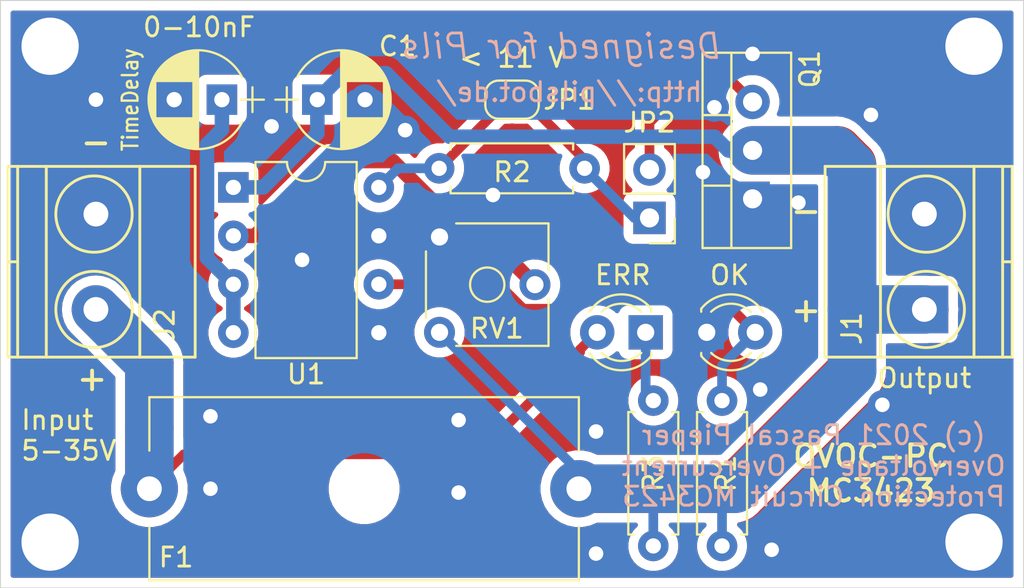
<source format=kicad_pcb>
(kicad_pcb (version 20171130) (host pcbnew "(5.1.10)-1")

  (general
    (thickness 1.6)
    (drawings 26)
    (tracks 108)
    (zones 0)
    (modules 15)
    (nets 11)
  )

  (page A4)
  (layers
    (0 F.Cu signal)
    (31 B.Cu signal)
    (32 B.Adhes user)
    (33 F.Adhes user)
    (34 B.Paste user)
    (35 F.Paste user)
    (36 B.SilkS user)
    (37 F.SilkS user)
    (38 B.Mask user)
    (39 F.Mask user)
    (40 Dwgs.User user)
    (41 Cmts.User user)
    (42 Eco1.User user)
    (43 Eco2.User user)
    (44 Edge.Cuts user)
    (45 Margin user)
    (46 B.CrtYd user)
    (47 F.CrtYd user)
    (48 B.Fab user)
    (49 F.Fab user)
  )

  (setup
    (last_trace_width 2.54)
    (user_trace_width 0.381)
    (user_trace_width 0.508)
    (user_trace_width 0.635)
    (user_trace_width 0.762)
    (user_trace_width 1.016)
    (user_trace_width 1.27)
    (user_trace_width 1.524)
    (user_trace_width 2.032)
    (user_trace_width 2.54)
    (trace_clearance 0.2)
    (zone_clearance 0.508)
    (zone_45_only no)
    (trace_min 0.2)
    (via_size 0.8)
    (via_drill 0.4)
    (via_min_size 0.4)
    (via_min_drill 0.3)
    (user_via 1.524 0.762)
    (user_via 3.1 3)
    (uvia_size 0.3)
    (uvia_drill 0.1)
    (uvias_allowed no)
    (uvia_min_size 0.2)
    (uvia_min_drill 0.1)
    (edge_width 0.05)
    (segment_width 0.2)
    (pcb_text_width 0.3)
    (pcb_text_size 1.5 1.5)
    (mod_edge_width 0.12)
    (mod_text_size 1 1)
    (mod_text_width 0.15)
    (pad_size 1.524 1.524)
    (pad_drill 0.762)
    (pad_to_mask_clearance 0.051)
    (solder_mask_min_width 0.25)
    (aux_axis_origin 0 0)
    (visible_elements 7FFFFFFF)
    (pcbplotparams
      (layerselection 0x010fc_ffffffff)
      (usegerberextensions false)
      (usegerberattributes false)
      (usegerberadvancedattributes false)
      (creategerberjobfile false)
      (excludeedgelayer true)
      (linewidth 0.100000)
      (plotframeref false)
      (viasonmask false)
      (mode 1)
      (useauxorigin false)
      (hpglpennumber 1)
      (hpglpenspeed 20)
      (hpglpendiameter 15.000000)
      (psnegative false)
      (psa4output false)
      (plotreference true)
      (plotvalue true)
      (plotinvisibletext false)
      (padsonsilk false)
      (subtractmaskfromsilk false)
      (outputformat 1)
      (mirror false)
      (drillshape 0)
      (scaleselection 1)
      (outputdirectory "gerber/"))
  )

  (net 0 "")
  (net 1 "Net-(C1-Pad1)")
  (net 2 GND)
  (net 3 "Net-(D1-Pad2)")
  (net 4 "Net-(D2-Pad1)")
  (net 5 VCC)
  (net 6 "Net-(JP2-Pad2)")
  (net 7 "Net-(JP1-Pad2)")
  (net 8 "Net-(JP1-Pad1)")
  (net 9 "Net-(RV1-Pad2)")
  (net 10 "Net-(TimeDelay1-Pad1)")

  (net_class Default "Dies ist die voreingestellte Netzklasse."
    (clearance 0.2)
    (trace_width 0.25)
    (via_dia 0.8)
    (via_drill 0.4)
    (uvia_dia 0.3)
    (uvia_drill 0.1)
    (add_net GND)
    (add_net "Net-(C1-Pad1)")
    (add_net "Net-(D1-Pad2)")
    (add_net "Net-(D2-Pad1)")
    (add_net "Net-(JP1-Pad1)")
    (add_net "Net-(JP1-Pad2)")
    (add_net "Net-(JP2-Pad2)")
    (add_net "Net-(RV1-Pad2)")
    (add_net "Net-(TimeDelay1-Pad1)")
  )

  (net_class Mehr ""
    (clearance 0.2)
    (trace_width 0.3262)
    (via_dia 0.9016)
    (via_drill 0.4508)
    (uvia_dia 0.3)
    (uvia_drill 0.1)
    (add_net VCC)
  )

  (module LEDs:LED_D3.0mm (layer F.Cu) (tedit 587A3A7B) (tstamp 60B51E9F)
    (at 121.4 133.4 180)
    (descr "LED, diameter 3.0mm, 2 pins")
    (tags "LED diameter 3.0mm 2 pins")
    (path /60B117AB)
    (fp_text reference D2 (at 3.4 -2.2) (layer F.Fab)
      (effects (font (size 1 1) (thickness 0.15)))
    )
    (fp_text value "RED LED" (at 1.27 2.96) (layer F.Fab)
      (effects (font (size 1 1) (thickness 0.15)))
    )
    (fp_circle (center 1.27 0) (end 2.77 0) (layer F.Fab) (width 0.1))
    (fp_line (start -0.23 -1.16619) (end -0.23 1.16619) (layer F.Fab) (width 0.1))
    (fp_line (start -0.29 -1.236) (end -0.29 -1.08) (layer F.SilkS) (width 0.12))
    (fp_line (start -0.29 1.08) (end -0.29 1.236) (layer F.SilkS) (width 0.12))
    (fp_line (start -1.15 -2.25) (end -1.15 2.25) (layer F.CrtYd) (width 0.05))
    (fp_line (start -1.15 2.25) (end 3.7 2.25) (layer F.CrtYd) (width 0.05))
    (fp_line (start 3.7 2.25) (end 3.7 -2.25) (layer F.CrtYd) (width 0.05))
    (fp_line (start 3.7 -2.25) (end -1.15 -2.25) (layer F.CrtYd) (width 0.05))
    (fp_arc (start 1.27 0) (end -0.23 -1.16619) (angle 284.3) (layer F.Fab) (width 0.1))
    (fp_arc (start 1.27 0) (end -0.29 -1.235516) (angle 108.8) (layer F.SilkS) (width 0.12))
    (fp_arc (start 1.27 0) (end -0.29 1.235516) (angle -108.8) (layer F.SilkS) (width 0.12))
    (fp_arc (start 1.27 0) (end 0.229039 -1.08) (angle 87.9) (layer F.SilkS) (width 0.12))
    (fp_arc (start 1.27 0) (end 0.229039 1.08) (angle -87.9) (layer F.SilkS) (width 0.12))
    (pad 1 thru_hole rect (at 0 0 180) (size 1.8 1.8) (drill 0.9) (layers *.Cu *.Mask)
      (net 4 "Net-(D2-Pad1)"))
    (pad 2 thru_hole circle (at 2.54 0 180) (size 1.8 1.8) (drill 0.9) (layers *.Cu *.Mask)
      (net 5 VCC))
    (model ${KISYS3DMOD}/LEDs.3dshapes/LED_D3.0mm.wrl
      (at (xyz 0 0 0))
      (scale (xyz 0.393701 0.393701 0.393701))
      (rotate (xyz 0 0 0))
    )
    (model ${KISYS3DMOD}/LED_THT.3dshapes/LED_D3.0mm.step
      (at (xyz 0 0 0))
      (scale (xyz 1 1 1))
      (rotate (xyz 0 0 0))
    )
  )

  (module Housings_DIP:DIP-8_W7.62mm (layer F.Cu) (tedit 59C78D6B) (tstamp 60B50E4C)
    (at 99.8 125.8)
    (descr "8-lead though-hole mounted DIP package, row spacing 7.62 mm (300 mils)")
    (tags "THT DIP DIL PDIP 2.54mm 7.62mm 300mil")
    (path /60B20B6F)
    (fp_text reference U1 (at 3.81 9.8) (layer F.SilkS)
      (effects (font (size 1 1) (thickness 0.15)))
    )
    (fp_text value MC3423 (at 3.81 9.95) (layer F.Fab)
      (effects (font (size 1 1) (thickness 0.15)))
    )
    (fp_line (start 1.635 -1.27) (end 6.985 -1.27) (layer F.Fab) (width 0.1))
    (fp_line (start 6.985 -1.27) (end 6.985 8.89) (layer F.Fab) (width 0.1))
    (fp_line (start 6.985 8.89) (end 0.635 8.89) (layer F.Fab) (width 0.1))
    (fp_line (start 0.635 8.89) (end 0.635 -0.27) (layer F.Fab) (width 0.1))
    (fp_line (start 0.635 -0.27) (end 1.635 -1.27) (layer F.Fab) (width 0.1))
    (fp_line (start 2.81 -1.33) (end 1.16 -1.33) (layer F.SilkS) (width 0.12))
    (fp_line (start 1.16 -1.33) (end 1.16 8.95) (layer F.SilkS) (width 0.12))
    (fp_line (start 1.16 8.95) (end 6.46 8.95) (layer F.SilkS) (width 0.12))
    (fp_line (start 6.46 8.95) (end 6.46 -1.33) (layer F.SilkS) (width 0.12))
    (fp_line (start 6.46 -1.33) (end 4.81 -1.33) (layer F.SilkS) (width 0.12))
    (fp_line (start -1.1 -1.55) (end -1.1 9.15) (layer F.CrtYd) (width 0.05))
    (fp_line (start -1.1 9.15) (end 8.7 9.15) (layer F.CrtYd) (width 0.05))
    (fp_line (start 8.7 9.15) (end 8.7 -1.55) (layer F.CrtYd) (width 0.05))
    (fp_line (start 8.7 -1.55) (end -1.1 -1.55) (layer F.CrtYd) (width 0.05))
    (fp_arc (start 3.81 -1.33) (end 2.81 -1.33) (angle -180) (layer F.SilkS) (width 0.12))
    (fp_text user %R (at 3.81 3.81) (layer F.Fab)
      (effects (font (size 1 1) (thickness 0.15)))
    )
    (pad 1 thru_hole rect (at 0 0) (size 1.6 1.6) (drill 0.8) (layers *.Cu *.Mask)
      (net 1 "Net-(C1-Pad1)"))
    (pad 5 thru_hole oval (at 7.62 7.62) (size 1.6 1.6) (drill 0.8) (layers *.Cu *.Mask)
      (net 2 GND))
    (pad 2 thru_hole oval (at 0 2.54) (size 1.6 1.6) (drill 0.8) (layers *.Cu *.Mask)
      (net 9 "Net-(RV1-Pad2)"))
    (pad 6 thru_hole oval (at 7.62 5.08) (size 1.6 1.6) (drill 0.8) (layers *.Cu *.Mask)
      (net 3 "Net-(D1-Pad2)"))
    (pad 3 thru_hole oval (at 0 5.08) (size 1.6 1.6) (drill 0.8) (layers *.Cu *.Mask)
      (net 10 "Net-(TimeDelay1-Pad1)"))
    (pad 7 thru_hole oval (at 7.62 2.54) (size 1.6 1.6) (drill 0.8) (layers *.Cu *.Mask)
      (net 2 GND))
    (pad 4 thru_hole oval (at 0 7.62) (size 1.6 1.6) (drill 0.8) (layers *.Cu *.Mask)
      (net 10 "Net-(TimeDelay1-Pad1)"))
    (pad 8 thru_hole oval (at 7.62 0) (size 1.6 1.6) (drill 0.8) (layers *.Cu *.Mask)
      (net 8 "Net-(JP1-Pad1)"))
    (model ${KISYS3DMOD}/Housings_DIP.3dshapes/DIP-8_W7.62mm.wrl
      (at (xyz 0 0 0))
      (scale (xyz 1 1 1))
      (rotate (xyz 0 0 0))
    )
    (model ${KISYS3DMOD}/Package_DIP.3dshapes/DIP-8_W7.62mm.step
      (at (xyz 0 0 0))
      (scale (xyz 1 1 1))
      (rotate (xyz 0 0 0))
    )
  )

  (module TO_SOT_Packages_THT:TO-220-3_Vertical (layer F.Cu) (tedit 58CE52AD) (tstamp 60B50444)
    (at 127 126.4 90)
    (descr "TO-220-3, Vertical, RM 2.54mm")
    (tags "TO-220-3 Vertical RM 2.54mm")
    (path /60B2880B)
    (fp_text reference Q1 (at 6.8 3 270) (layer F.SilkS)
      (effects (font (size 1 1) (thickness 0.15)))
    )
    (fp_text value 2N6504D (at 2.54 3.92 90) (layer F.Fab)
      (effects (font (size 1 1) (thickness 0.15)))
    )
    (fp_line (start -2.46 -2.5) (end -2.46 1.9) (layer F.Fab) (width 0.1))
    (fp_line (start -2.46 1.9) (end 7.54 1.9) (layer F.Fab) (width 0.1))
    (fp_line (start 7.54 1.9) (end 7.54 -2.5) (layer F.Fab) (width 0.1))
    (fp_line (start 7.54 -2.5) (end -2.46 -2.5) (layer F.Fab) (width 0.1))
    (fp_line (start -2.46 -1.23) (end 7.54 -1.23) (layer F.Fab) (width 0.1))
    (fp_line (start 0.69 -2.5) (end 0.69 -1.23) (layer F.Fab) (width 0.1))
    (fp_line (start 4.39 -2.5) (end 4.39 -1.23) (layer F.Fab) (width 0.1))
    (fp_line (start -2.58 -2.62) (end 7.66 -2.62) (layer F.SilkS) (width 0.12))
    (fp_line (start -2.58 2.021) (end 7.66 2.021) (layer F.SilkS) (width 0.12))
    (fp_line (start -2.58 -2.62) (end -2.58 2.021) (layer F.SilkS) (width 0.12))
    (fp_line (start 7.66 -2.62) (end 7.66 2.021) (layer F.SilkS) (width 0.12))
    (fp_line (start -2.58 -1.11) (end 7.66 -1.11) (layer F.SilkS) (width 0.12))
    (fp_line (start 0.69 -2.62) (end 0.69 -1.11) (layer F.SilkS) (width 0.12))
    (fp_line (start 4.391 -2.62) (end 4.391 -1.11) (layer F.SilkS) (width 0.12))
    (fp_line (start -2.71 -2.75) (end -2.71 2.16) (layer F.CrtYd) (width 0.05))
    (fp_line (start -2.71 2.16) (end 7.79 2.16) (layer F.CrtYd) (width 0.05))
    (fp_line (start 7.79 2.16) (end 7.79 -2.75) (layer F.CrtYd) (width 0.05))
    (fp_line (start 7.79 -2.75) (end -2.71 -2.75) (layer F.CrtYd) (width 0.05))
    (fp_text user %R (at 2.54 -3.62 90) (layer F.Fab)
      (effects (font (size 1 1) (thickness 0.15)))
    )
    (pad 1 thru_hole rect (at 0 0 90) (size 1.8 1.8) (drill 1) (layers *.Cu *.Mask)
      (net 2 GND))
    (pad 2 thru_hole oval (at 2.54 0 90) (size 1.8 1.8) (drill 1) (layers *.Cu *.Mask)
      (net 1 "Net-(C1-Pad1)"))
    (pad 3 thru_hole oval (at 5.08 0 90) (size 1.8 1.8) (drill 1) (layers *.Cu *.Mask)
      (net 6 "Net-(JP2-Pad2)"))
    (model ${KISYS3DMOD}/TO_SOT_Packages_THT.3dshapes/TO-220-3_Vertical.wrl
      (offset (xyz 2.539999961853027 0 0))
      (scale (xyz 0.393701 0.393701 0.393701))
      (rotate (xyz 0 0 0))
    )
    (model ${KISYS3DMOD}/Package_TO_SOT_THT.3dshapes/TO-220-3_Vertical.step
      (at (xyz 0 0 0))
      (scale (xyz 1 1 1))
      (rotate (xyz 0 0 0))
    )
  )

  (module Pin_Headers:Pin_Header_Straight_1x02_Pitch2.54mm (layer F.Cu) (tedit 59650532) (tstamp 60B4FC18)
    (at 121.6 127.4 180)
    (descr "Through hole straight pin header, 1x02, 2.54mm pitch, single row")
    (tags "Through hole pin header THT 1x02 2.54mm single row")
    (path /60B17F36)
    (fp_text reference JP2 (at 0 5) (layer F.SilkS)
      (effects (font (size 1 1) (thickness 0.15)))
    )
    (fp_text value Jumper (at 0 4.87) (layer F.Fab)
      (effects (font (size 1 1) (thickness 0.15)))
    )
    (fp_line (start -0.635 -1.27) (end 1.27 -1.27) (layer F.Fab) (width 0.1))
    (fp_line (start 1.27 -1.27) (end 1.27 3.81) (layer F.Fab) (width 0.1))
    (fp_line (start 1.27 3.81) (end -1.27 3.81) (layer F.Fab) (width 0.1))
    (fp_line (start -1.27 3.81) (end -1.27 -0.635) (layer F.Fab) (width 0.1))
    (fp_line (start -1.27 -0.635) (end -0.635 -1.27) (layer F.Fab) (width 0.1))
    (fp_line (start -1.33 3.87) (end 1.33 3.87) (layer F.SilkS) (width 0.12))
    (fp_line (start -1.33 1.27) (end -1.33 3.87) (layer F.SilkS) (width 0.12))
    (fp_line (start 1.33 1.27) (end 1.33 3.87) (layer F.SilkS) (width 0.12))
    (fp_line (start -1.33 1.27) (end 1.33 1.27) (layer F.SilkS) (width 0.12))
    (fp_line (start -1.33 0) (end -1.33 -1.33) (layer F.SilkS) (width 0.12))
    (fp_line (start -1.33 -1.33) (end 0 -1.33) (layer F.SilkS) (width 0.12))
    (fp_line (start -1.8 -1.8) (end -1.8 4.35) (layer F.CrtYd) (width 0.05))
    (fp_line (start -1.8 4.35) (end 1.8 4.35) (layer F.CrtYd) (width 0.05))
    (fp_line (start 1.8 4.35) (end 1.8 -1.8) (layer F.CrtYd) (width 0.05))
    (fp_line (start 1.8 -1.8) (end -1.8 -1.8) (layer F.CrtYd) (width 0.05))
    (fp_text user %R (at 0 1.27 90) (layer F.Fab)
      (effects (font (size 1 1) (thickness 0.15)))
    )
    (pad 1 thru_hole rect (at 0 0 180) (size 1.7 1.7) (drill 1) (layers *.Cu *.Mask)
      (net 7 "Net-(JP1-Pad2)"))
    (pad 2 thru_hole oval (at 0 2.54 180) (size 1.7 1.7) (drill 1) (layers *.Cu *.Mask)
      (net 6 "Net-(JP2-Pad2)"))
    (model ${KISYS3DMOD}/Pin_Headers.3dshapes/Pin_Header_Straight_1x02_Pitch2.54mm.wrl
      (at (xyz 0 0 0))
      (scale (xyz 1 1 1))
      (rotate (xyz 0 0 0))
    )
    (model ${KISYS3DMOD}/Connector_PinHeader_2.54mm.3dshapes/PinHeader_1x02_P2.54mm_Vertical.step
      (at (xyz 0 0 0))
      (scale (xyz 1 1 1))
      (rotate (xyz 0 0 0))
    )
  )

  (module Jumper:SolderJumper-2_P1.3mm_Open_RoundedPad1.0x1.5mm (layer F.Cu) (tedit 5B391E66) (tstamp 60B4F046)
    (at 114.4 121.2)
    (descr "SMD Solder Jumper, 1x1.5mm, rounded Pads, 0.3mm gap, open")
    (tags "solder jumper open")
    (path /60B31D17)
    (attr virtual)
    (fp_text reference JP1 (at 3 0) (layer F.SilkS)
      (effects (font (size 1 1) (thickness 0.15)))
    )
    (fp_text value "< 11 V" (at 0 -2.2) (layer F.Fab)
      (effects (font (size 1 1) (thickness 0.15)))
    )
    (fp_line (start 1.65 1.25) (end -1.65 1.25) (layer F.CrtYd) (width 0.05))
    (fp_line (start 1.65 1.25) (end 1.65 -1.25) (layer F.CrtYd) (width 0.05))
    (fp_line (start -1.65 -1.25) (end -1.65 1.25) (layer F.CrtYd) (width 0.05))
    (fp_line (start -1.65 -1.25) (end 1.65 -1.25) (layer F.CrtYd) (width 0.05))
    (fp_line (start -0.7 -1) (end 0.7 -1) (layer F.SilkS) (width 0.12))
    (fp_line (start 1.4 -0.3) (end 1.4 0.3) (layer F.SilkS) (width 0.12))
    (fp_line (start 0.7 1) (end -0.7 1) (layer F.SilkS) (width 0.12))
    (fp_line (start -1.4 0.3) (end -1.4 -0.3) (layer F.SilkS) (width 0.12))
    (fp_arc (start -0.7 -0.3) (end -0.7 -1) (angle -90) (layer F.SilkS) (width 0.12))
    (fp_arc (start -0.7 0.3) (end -1.4 0.3) (angle -90) (layer F.SilkS) (width 0.12))
    (fp_arc (start 0.7 0.3) (end 0.7 1) (angle -90) (layer F.SilkS) (width 0.12))
    (fp_arc (start 0.7 -0.3) (end 1.4 -0.3) (angle -90) (layer F.SilkS) (width 0.12))
    (pad 2 smd custom (at 0.65 0) (size 1 0.5) (layers F.Cu F.Mask)
      (net 7 "Net-(JP1-Pad2)") (zone_connect 2)
      (options (clearance outline) (anchor rect))
      (primitives
        (gr_circle (center 0 0.25) (end 0.5 0.25) (width 0))
        (gr_circle (center 0 -0.25) (end 0.5 -0.25) (width 0))
        (gr_poly (pts
           (xy 0 -0.75) (xy -0.5 -0.75) (xy -0.5 0.75) (xy 0 0.75)) (width 0))
      ))
    (pad 1 smd custom (at -0.65 0) (size 1 0.5) (layers F.Cu F.Mask)
      (net 8 "Net-(JP1-Pad1)") (zone_connect 2)
      (options (clearance outline) (anchor rect))
      (primitives
        (gr_circle (center 0 0.25) (end 0.5 0.25) (width 0))
        (gr_circle (center 0 -0.25) (end 0.5 -0.25) (width 0))
        (gr_poly (pts
           (xy 0 -0.75) (xy 0.5 -0.75) (xy 0.5 0.75) (xy 0 0.75)) (width 0))
      ))
  )

  (module Capacitors_THT:CP_Radial_D5.0mm_P2.50mm (layer F.Cu) (tedit 597BC7C2) (tstamp 60B540ED)
    (at 99.2 121.2 180)
    (descr "CP, Radial series, Radial, pin pitch=2.50mm, , diameter=5mm, Electrolytic Capacitor")
    (tags "CP Radial series Radial pin pitch 2.50mm  diameter 5mm Electrolytic Capacitor")
    (path /60B23B68)
    (fp_text reference TimeDelay (at 4.8 0 90) (layer F.SilkS)
      (effects (font (size 0.8222 0.7206) (thickness 0.1246)))
    )
    (fp_text value 0-10nF (at 1.2 3.8) (layer F.SilkS)
      (effects (font (size 1 1) (thickness 0.15)))
    )
    (fp_circle (center 1.25 0) (end 3.75 0) (layer F.Fab) (width 0.1))
    (fp_line (start -2.2 0) (end -1 0) (layer F.Fab) (width 0.1))
    (fp_line (start -1.6 -0.65) (end -1.6 0.65) (layer F.Fab) (width 0.1))
    (fp_line (start 1.25 -2.55) (end 1.25 2.55) (layer F.SilkS) (width 0.12))
    (fp_line (start 1.29 -2.55) (end 1.29 2.55) (layer F.SilkS) (width 0.12))
    (fp_line (start 1.33 -2.549) (end 1.33 2.549) (layer F.SilkS) (width 0.12))
    (fp_line (start 1.37 -2.548) (end 1.37 2.548) (layer F.SilkS) (width 0.12))
    (fp_line (start 1.41 -2.546) (end 1.41 2.546) (layer F.SilkS) (width 0.12))
    (fp_line (start 1.45 -2.543) (end 1.45 2.543) (layer F.SilkS) (width 0.12))
    (fp_line (start 1.49 -2.539) (end 1.49 2.539) (layer F.SilkS) (width 0.12))
    (fp_line (start 1.53 -2.535) (end 1.53 -0.98) (layer F.SilkS) (width 0.12))
    (fp_line (start 1.53 0.98) (end 1.53 2.535) (layer F.SilkS) (width 0.12))
    (fp_line (start 1.57 -2.531) (end 1.57 -0.98) (layer F.SilkS) (width 0.12))
    (fp_line (start 1.57 0.98) (end 1.57 2.531) (layer F.SilkS) (width 0.12))
    (fp_line (start 1.61 -2.525) (end 1.61 -0.98) (layer F.SilkS) (width 0.12))
    (fp_line (start 1.61 0.98) (end 1.61 2.525) (layer F.SilkS) (width 0.12))
    (fp_line (start 1.65 -2.519) (end 1.65 -0.98) (layer F.SilkS) (width 0.12))
    (fp_line (start 1.65 0.98) (end 1.65 2.519) (layer F.SilkS) (width 0.12))
    (fp_line (start 1.69 -2.513) (end 1.69 -0.98) (layer F.SilkS) (width 0.12))
    (fp_line (start 1.69 0.98) (end 1.69 2.513) (layer F.SilkS) (width 0.12))
    (fp_line (start 1.73 -2.506) (end 1.73 -0.98) (layer F.SilkS) (width 0.12))
    (fp_line (start 1.73 0.98) (end 1.73 2.506) (layer F.SilkS) (width 0.12))
    (fp_line (start 1.77 -2.498) (end 1.77 -0.98) (layer F.SilkS) (width 0.12))
    (fp_line (start 1.77 0.98) (end 1.77 2.498) (layer F.SilkS) (width 0.12))
    (fp_line (start 1.81 -2.489) (end 1.81 -0.98) (layer F.SilkS) (width 0.12))
    (fp_line (start 1.81 0.98) (end 1.81 2.489) (layer F.SilkS) (width 0.12))
    (fp_line (start 1.85 -2.48) (end 1.85 -0.98) (layer F.SilkS) (width 0.12))
    (fp_line (start 1.85 0.98) (end 1.85 2.48) (layer F.SilkS) (width 0.12))
    (fp_line (start 1.89 -2.47) (end 1.89 -0.98) (layer F.SilkS) (width 0.12))
    (fp_line (start 1.89 0.98) (end 1.89 2.47) (layer F.SilkS) (width 0.12))
    (fp_line (start 1.93 -2.46) (end 1.93 -0.98) (layer F.SilkS) (width 0.12))
    (fp_line (start 1.93 0.98) (end 1.93 2.46) (layer F.SilkS) (width 0.12))
    (fp_line (start 1.971 -2.448) (end 1.971 -0.98) (layer F.SilkS) (width 0.12))
    (fp_line (start 1.971 0.98) (end 1.971 2.448) (layer F.SilkS) (width 0.12))
    (fp_line (start 2.011 -2.436) (end 2.011 -0.98) (layer F.SilkS) (width 0.12))
    (fp_line (start 2.011 0.98) (end 2.011 2.436) (layer F.SilkS) (width 0.12))
    (fp_line (start 2.051 -2.424) (end 2.051 -0.98) (layer F.SilkS) (width 0.12))
    (fp_line (start 2.051 0.98) (end 2.051 2.424) (layer F.SilkS) (width 0.12))
    (fp_line (start 2.091 -2.41) (end 2.091 -0.98) (layer F.SilkS) (width 0.12))
    (fp_line (start 2.091 0.98) (end 2.091 2.41) (layer F.SilkS) (width 0.12))
    (fp_line (start 2.131 -2.396) (end 2.131 -0.98) (layer F.SilkS) (width 0.12))
    (fp_line (start 2.131 0.98) (end 2.131 2.396) (layer F.SilkS) (width 0.12))
    (fp_line (start 2.171 -2.382) (end 2.171 -0.98) (layer F.SilkS) (width 0.12))
    (fp_line (start 2.171 0.98) (end 2.171 2.382) (layer F.SilkS) (width 0.12))
    (fp_line (start 2.211 -2.366) (end 2.211 -0.98) (layer F.SilkS) (width 0.12))
    (fp_line (start 2.211 0.98) (end 2.211 2.366) (layer F.SilkS) (width 0.12))
    (fp_line (start 2.251 -2.35) (end 2.251 -0.98) (layer F.SilkS) (width 0.12))
    (fp_line (start 2.251 0.98) (end 2.251 2.35) (layer F.SilkS) (width 0.12))
    (fp_line (start 2.291 -2.333) (end 2.291 -0.98) (layer F.SilkS) (width 0.12))
    (fp_line (start 2.291 0.98) (end 2.291 2.333) (layer F.SilkS) (width 0.12))
    (fp_line (start 2.331 -2.315) (end 2.331 -0.98) (layer F.SilkS) (width 0.12))
    (fp_line (start 2.331 0.98) (end 2.331 2.315) (layer F.SilkS) (width 0.12))
    (fp_line (start 2.371 -2.296) (end 2.371 -0.98) (layer F.SilkS) (width 0.12))
    (fp_line (start 2.371 0.98) (end 2.371 2.296) (layer F.SilkS) (width 0.12))
    (fp_line (start 2.411 -2.276) (end 2.411 -0.98) (layer F.SilkS) (width 0.12))
    (fp_line (start 2.411 0.98) (end 2.411 2.276) (layer F.SilkS) (width 0.12))
    (fp_line (start 2.451 -2.256) (end 2.451 -0.98) (layer F.SilkS) (width 0.12))
    (fp_line (start 2.451 0.98) (end 2.451 2.256) (layer F.SilkS) (width 0.12))
    (fp_line (start 2.491 -2.234) (end 2.491 -0.98) (layer F.SilkS) (width 0.12))
    (fp_line (start 2.491 0.98) (end 2.491 2.234) (layer F.SilkS) (width 0.12))
    (fp_line (start 2.531 -2.212) (end 2.531 -0.98) (layer F.SilkS) (width 0.12))
    (fp_line (start 2.531 0.98) (end 2.531 2.212) (layer F.SilkS) (width 0.12))
    (fp_line (start 2.571 -2.189) (end 2.571 -0.98) (layer F.SilkS) (width 0.12))
    (fp_line (start 2.571 0.98) (end 2.571 2.189) (layer F.SilkS) (width 0.12))
    (fp_line (start 2.611 -2.165) (end 2.611 -0.98) (layer F.SilkS) (width 0.12))
    (fp_line (start 2.611 0.98) (end 2.611 2.165) (layer F.SilkS) (width 0.12))
    (fp_line (start 2.651 -2.14) (end 2.651 -0.98) (layer F.SilkS) (width 0.12))
    (fp_line (start 2.651 0.98) (end 2.651 2.14) (layer F.SilkS) (width 0.12))
    (fp_line (start 2.691 -2.113) (end 2.691 -0.98) (layer F.SilkS) (width 0.12))
    (fp_line (start 2.691 0.98) (end 2.691 2.113) (layer F.SilkS) (width 0.12))
    (fp_line (start 2.731 -2.086) (end 2.731 -0.98) (layer F.SilkS) (width 0.12))
    (fp_line (start 2.731 0.98) (end 2.731 2.086) (layer F.SilkS) (width 0.12))
    (fp_line (start 2.771 -2.058) (end 2.771 -0.98) (layer F.SilkS) (width 0.12))
    (fp_line (start 2.771 0.98) (end 2.771 2.058) (layer F.SilkS) (width 0.12))
    (fp_line (start 2.811 -2.028) (end 2.811 -0.98) (layer F.SilkS) (width 0.12))
    (fp_line (start 2.811 0.98) (end 2.811 2.028) (layer F.SilkS) (width 0.12))
    (fp_line (start 2.851 -1.997) (end 2.851 -0.98) (layer F.SilkS) (width 0.12))
    (fp_line (start 2.851 0.98) (end 2.851 1.997) (layer F.SilkS) (width 0.12))
    (fp_line (start 2.891 -1.965) (end 2.891 -0.98) (layer F.SilkS) (width 0.12))
    (fp_line (start 2.891 0.98) (end 2.891 1.965) (layer F.SilkS) (width 0.12))
    (fp_line (start 2.931 -1.932) (end 2.931 -0.98) (layer F.SilkS) (width 0.12))
    (fp_line (start 2.931 0.98) (end 2.931 1.932) (layer F.SilkS) (width 0.12))
    (fp_line (start 2.971 -1.897) (end 2.971 -0.98) (layer F.SilkS) (width 0.12))
    (fp_line (start 2.971 0.98) (end 2.971 1.897) (layer F.SilkS) (width 0.12))
    (fp_line (start 3.011 -1.861) (end 3.011 -0.98) (layer F.SilkS) (width 0.12))
    (fp_line (start 3.011 0.98) (end 3.011 1.861) (layer F.SilkS) (width 0.12))
    (fp_line (start 3.051 -1.823) (end 3.051 -0.98) (layer F.SilkS) (width 0.12))
    (fp_line (start 3.051 0.98) (end 3.051 1.823) (layer F.SilkS) (width 0.12))
    (fp_line (start 3.091 -1.783) (end 3.091 -0.98) (layer F.SilkS) (width 0.12))
    (fp_line (start 3.091 0.98) (end 3.091 1.783) (layer F.SilkS) (width 0.12))
    (fp_line (start 3.131 -1.742) (end 3.131 -0.98) (layer F.SilkS) (width 0.12))
    (fp_line (start 3.131 0.98) (end 3.131 1.742) (layer F.SilkS) (width 0.12))
    (fp_line (start 3.171 -1.699) (end 3.171 -0.98) (layer F.SilkS) (width 0.12))
    (fp_line (start 3.171 0.98) (end 3.171 1.699) (layer F.SilkS) (width 0.12))
    (fp_line (start 3.211 -1.654) (end 3.211 -0.98) (layer F.SilkS) (width 0.12))
    (fp_line (start 3.211 0.98) (end 3.211 1.654) (layer F.SilkS) (width 0.12))
    (fp_line (start 3.251 -1.606) (end 3.251 -0.98) (layer F.SilkS) (width 0.12))
    (fp_line (start 3.251 0.98) (end 3.251 1.606) (layer F.SilkS) (width 0.12))
    (fp_line (start 3.291 -1.556) (end 3.291 -0.98) (layer F.SilkS) (width 0.12))
    (fp_line (start 3.291 0.98) (end 3.291 1.556) (layer F.SilkS) (width 0.12))
    (fp_line (start 3.331 -1.504) (end 3.331 -0.98) (layer F.SilkS) (width 0.12))
    (fp_line (start 3.331 0.98) (end 3.331 1.504) (layer F.SilkS) (width 0.12))
    (fp_line (start 3.371 -1.448) (end 3.371 -0.98) (layer F.SilkS) (width 0.12))
    (fp_line (start 3.371 0.98) (end 3.371 1.448) (layer F.SilkS) (width 0.12))
    (fp_line (start 3.411 -1.39) (end 3.411 -0.98) (layer F.SilkS) (width 0.12))
    (fp_line (start 3.411 0.98) (end 3.411 1.39) (layer F.SilkS) (width 0.12))
    (fp_line (start 3.451 -1.327) (end 3.451 -0.98) (layer F.SilkS) (width 0.12))
    (fp_line (start 3.451 0.98) (end 3.451 1.327) (layer F.SilkS) (width 0.12))
    (fp_line (start 3.491 -1.261) (end 3.491 1.261) (layer F.SilkS) (width 0.12))
    (fp_line (start 3.531 -1.189) (end 3.531 1.189) (layer F.SilkS) (width 0.12))
    (fp_line (start 3.571 -1.112) (end 3.571 1.112) (layer F.SilkS) (width 0.12))
    (fp_line (start 3.611 -1.028) (end 3.611 1.028) (layer F.SilkS) (width 0.12))
    (fp_line (start 3.651 -0.934) (end 3.651 0.934) (layer F.SilkS) (width 0.12))
    (fp_line (start 3.691 -0.829) (end 3.691 0.829) (layer F.SilkS) (width 0.12))
    (fp_line (start 3.731 -0.707) (end 3.731 0.707) (layer F.SilkS) (width 0.12))
    (fp_line (start 3.771 -0.559) (end 3.771 0.559) (layer F.SilkS) (width 0.12))
    (fp_line (start 3.811 -0.354) (end 3.811 0.354) (layer F.SilkS) (width 0.12))
    (fp_line (start -2.2 0) (end -1 0) (layer F.SilkS) (width 0.12))
    (fp_line (start -1.6 -0.65) (end -1.6 0.65) (layer F.SilkS) (width 0.12))
    (fp_line (start -1.6 -2.85) (end -1.6 2.85) (layer F.CrtYd) (width 0.05))
    (fp_line (start -1.6 2.85) (end 4.1 2.85) (layer F.CrtYd) (width 0.05))
    (fp_line (start 4.1 2.85) (end 4.1 -2.85) (layer F.CrtYd) (width 0.05))
    (fp_line (start 4.1 -2.85) (end -1.6 -2.85) (layer F.CrtYd) (width 0.05))
    (fp_arc (start 1.25 0) (end -1.05558 -1.18) (angle 125.8) (layer F.SilkS) (width 0.12))
    (fp_arc (start 1.25 0) (end -1.05558 1.18) (angle -125.8) (layer F.SilkS) (width 0.12))
    (fp_arc (start 1.25 0) (end 3.55558 -1.18) (angle 54.2) (layer F.SilkS) (width 0.12))
    (fp_text user %R (at 1.25 0) (layer F.Fab)
      (effects (font (size 1 1) (thickness 0.15)))
    )
    (pad 1 thru_hole rect (at 0 0 180) (size 1.6 1.6) (drill 0.8) (layers *.Cu *.Mask)
      (net 10 "Net-(TimeDelay1-Pad1)"))
    (pad 2 thru_hole circle (at 2.5 0 180) (size 1.6 1.6) (drill 0.8) (layers *.Cu *.Mask)
      (net 2 GND))
    (model ${KISYS3DMOD}/Capacitors_THT.3dshapes/CP_Radial_D5.0mm_P2.50mm.wrl
      (at (xyz 0 0 0))
      (scale (xyz 1 1 1))
      (rotate (xyz 0 0 0))
    )
    (model ${KISYS3DMOD}/Capacitor_THT.3dshapes/C_Radial_D6.3mm_H5.0mm_P2.50mm.wrl
      (at (xyz 0 0 0))
      (scale (xyz 1 1 1))
      (rotate (xyz 0 0 0))
    )
  )

  (module Potentiometers:Potentiometer_Trimmer_ACP_CA6v_Horizontal (layer F.Cu) (tedit 58826B0A) (tstamp 60B4E858)
    (at 110.6 133.4)
    (descr "Potentiometer, horizontally mounted, Omeg PC16PU, Omeg PC16PU, Omeg PC16PU, Vishay/Spectrol 248GJ/249GJ Single, Vishay/Spectrol 248GJ/249GJ Single, Vishay/Spectrol 248GJ/249GJ Single, Vishay/Spectrol 248GH/249GH Single, Vishay/Spectrol 148/149 Single, Vishay/Spectrol 148/149 Single, Vishay/Spectrol 148/149 Single, Vishay/Spectrol 148A/149A Single with mounting plates, Vishay/Spectrol 148/149 Double, Vishay/Spectrol 148A/149A Double with mounting plates, Piher PC-16 Single, Piher PC-16 Single, Piher PC-16 Single, Piher PC-16SV Single, Piher PC-16 Double, Piher PC-16 Triple, Piher T16H Single, Piher T16L Single, Piher T16H Double, Alps RK163 Single, Alps RK163 Double, Alps RK097 Single, Alps RK097 Double, Bourns PTV09A-2 Single with mounting sleve Single, Bourns PTV09A-1 with mounting sleve Single, Bourns PRS11S Single, Alps RK09K Single with mounting sleve Single, Alps RK09K with mounting sleve Single, Alps RK09L Single, Alps RK09L Single, Alps RK09L Double, Alps RK09L Double, Alps RK09Y Single, Bourns 3339S Single, Bourns 3339S Single, Bourns 3339P Single, Bourns 3339H Single, Vishay T7YA Single, Suntan TSR-3386H Single, Suntan TSR-3386H Single, Suntan TSR-3386P Single, Vishay T73XX Single, Vishay T73XX Single, Vishay T73YP Single, Piher PT-6h Single, Piher PT-6v Single, Piher PT-6v Single, Piher PT-10h2.5 Single, Piher PT-10h5 Single, Piher PT-101h3.8 Single, Piher PT-10v10 Single, Piher PT-10v10 Single, Piher PT-10v5 Single, Piher PT-15h5 Single, Piher PT-15h2.5 Single, Piher PT-15B Single, Piher PT-15hc5 Single, Piher PT-15v12.5 Single, Piher PT-15v12.5 Single, Piher PT-15v15 Single, Piher PT-15v15 Single, ACP CA6h Single, ACP CA6v Single, http://www.acptechnologies.com/wp-content/uploads/2016/12/ACP-CAT%C3%81LOGO-ENTERO-2016.pdf")
    (tags "Potentiometer horizontal  Omeg PC16PU  Omeg PC16PU  Omeg PC16PU  Vishay/Spectrol 248GJ/249GJ Single  Vishay/Spectrol 248GJ/249GJ Single  Vishay/Spectrol 248GJ/249GJ Single  Vishay/Spectrol 248GH/249GH Single  Vishay/Spectrol 148/149 Single  Vishay/Spectrol 148/149 Single  Vishay/Spectrol 148/149 Single  Vishay/Spectrol 148A/149A Single with mounting plates  Vishay/Spectrol 148/149 Double  Vishay/Spectrol 148A/149A Double with mounting plates  Piher PC-16 Single  Piher PC-16 Single  Piher PC-16 Single  Piher PC-16SV Single  Piher PC-16 Double  Piher PC-16 Triple  Piher T16H Single  Piher T16L Single  Piher T16H Double  Alps RK163 Single  Alps RK163 Double  Alps RK097 Single  Alps RK097 Double  Bourns PTV09A-2 Single with mounting sleve Single  Bourns PTV09A-1 with mounting sleve Single  Bourns PRS11S Single  Alps RK09K Single with mounting sleve Single  Alps RK09K with mounting sleve Single  Alps RK09L Single  Alps RK09L Single  Alps RK09L Double  Alps RK09L Double  Alps RK09Y Single  Bourns 3339S Single  Bourns 3339S Single  Bourns 3339P Single  Bourns 3339H Single  Vishay T7YA Single  Suntan TSR-3386H Single  Suntan TSR-3386H Single  Suntan TSR-3386P Single  Vishay T73XX Single  Vishay T73XX Single  Vishay T73YP Single  Piher PT-6h Single  Piher PT-6v Single  Piher PT-6v Single  Piher PT-10h2.5 Single  Piher PT-10h5 Single  Piher PT-101h3.8 Single  Piher PT-10v10 Single  Piher PT-10v10 Single  Piher PT-10v5 Single  Piher PT-15h5 Single  Piher PT-15h2.5 Single  Piher PT-15B Single  Piher PT-15hc5 Single  Piher PT-15v12.5 Single  Piher PT-15v12.5 Single  Piher PT-15v15 Single  Piher PT-15v15 Single  ACP CA6h Single  ACP CA6v Single")
    (path /60B17152)
    (fp_text reference RV1 (at 3 -0.2) (layer F.SilkS)
      (effects (font (size 1 1) (thickness 0.15)))
    )
    (fp_text value "2nd Half < 10k" (at 2.5 2.06) (layer F.Fab)
      (effects (font (size 1 1) (thickness 0.15)))
    )
    (fp_circle (center 2.5 -2.5) (end 3.5 -2.5) (layer F.Fab) (width 0.1))
    (fp_circle (center 2.5 -2.5) (end 3.4 -2.5) (layer F.Fab) (width 0.1))
    (fp_circle (center 2.5 -2.5) (end 3.4 -2.5) (layer F.SilkS) (width 0.12))
    (fp_line (start -0.65 -5.65) (end -0.65 0.65) (layer F.Fab) (width 0.1))
    (fp_line (start -0.65 0.65) (end 5.65 0.65) (layer F.Fab) (width 0.1))
    (fp_line (start 5.65 0.65) (end 5.65 -5.65) (layer F.Fab) (width 0.1))
    (fp_line (start 5.65 -5.65) (end -0.65 -5.65) (layer F.Fab) (width 0.1))
    (fp_line (start 0.873 -5.71) (end 5.71 -5.71) (layer F.SilkS) (width 0.12))
    (fp_line (start 0.873 0.71) (end 5.71 0.71) (layer F.SilkS) (width 0.12))
    (fp_line (start -0.71 -4.242) (end -0.71 -0.757) (layer F.SilkS) (width 0.12))
    (fp_line (start 5.71 -5.71) (end 5.71 -3.257) (layer F.SilkS) (width 0.12))
    (fp_line (start 5.71 -1.742) (end 5.71 0.71) (layer F.SilkS) (width 0.12))
    (fp_line (start -1.1 -6.1) (end -1.1 1.1) (layer F.CrtYd) (width 0.05))
    (fp_line (start -1.1 1.1) (end 6.1 1.1) (layer F.CrtYd) (width 0.05))
    (fp_line (start 6.1 1.1) (end 6.1 -6.1) (layer F.CrtYd) (width 0.05))
    (fp_line (start 6.1 -6.1) (end -1.1 -6.1) (layer F.CrtYd) (width 0.05))
    (pad 3 thru_hole circle (at 0 -5) (size 1.62 1.62) (drill 0.9) (layers *.Cu *.Mask)
      (net 2 GND))
    (pad 2 thru_hole circle (at 5 -2.5) (size 1.62 1.62) (drill 0.9) (layers *.Cu *.Mask)
      (net 9 "Net-(RV1-Pad2)"))
    (pad 1 thru_hole circle (at 0 0) (size 1.62 1.62) (drill 0.9) (layers *.Cu *.Mask)
      (net 1 "Net-(C1-Pad1)"))
    (model Potentiometers.3dshapes/Potentiometer_Trimmer_ACP_CA6v_Horizontal.wrl
      (at (xyz 0 0 0))
      (scale (xyz 0.393701 0.393701 0.393701))
      (rotate (xyz 0 0 0))
    )
    (model ${KISYS3DMOD}/Potentiometer_THT.3dshapes/Potentiometer_Bourns_3339P_Vertical.step
      (offset (xyz 2.54 5.08 0))
      (scale (xyz 1 1 1))
      (rotate (xyz 0 0 180))
    )
  )

  (module Resistors_THT:R_Axial_DIN0207_L6.3mm_D2.5mm_P7.62mm_Horizontal (layer F.Cu) (tedit 5874F706) (tstamp 60B4E855)
    (at 121.8 144.6 90)
    (descr "Resistor, Axial_DIN0207 series, Axial, Horizontal, pin pitch=7.62mm, 0.25W = 1/4W, length*diameter=6.3*2.5mm^2, http://cdn-reichelt.de/documents/datenblatt/B400/1_4W%23YAG.pdf")
    (tags "Resistor Axial_DIN0207 series Axial Horizontal pin pitch 7.62mm 0.25W = 1/4W length 6.3mm diameter 2.5mm")
    (path /60B14820)
    (fp_text reference R3 (at 3.81 0 90) (layer F.SilkS)
      (effects (font (size 1 1) (thickness 0.15)))
    )
    (fp_text value 3kR (at 3.81 2.31 90) (layer F.Fab)
      (effects (font (size 1 1) (thickness 0.15)))
    )
    (fp_line (start 0.66 -1.25) (end 0.66 1.25) (layer F.Fab) (width 0.1))
    (fp_line (start 0.66 1.25) (end 6.96 1.25) (layer F.Fab) (width 0.1))
    (fp_line (start 6.96 1.25) (end 6.96 -1.25) (layer F.Fab) (width 0.1))
    (fp_line (start 6.96 -1.25) (end 0.66 -1.25) (layer F.Fab) (width 0.1))
    (fp_line (start 0 0) (end 0.66 0) (layer F.Fab) (width 0.1))
    (fp_line (start 7.62 0) (end 6.96 0) (layer F.Fab) (width 0.1))
    (fp_line (start 0.6 -0.98) (end 0.6 -1.31) (layer F.SilkS) (width 0.12))
    (fp_line (start 0.6 -1.31) (end 7.02 -1.31) (layer F.SilkS) (width 0.12))
    (fp_line (start 7.02 -1.31) (end 7.02 -0.98) (layer F.SilkS) (width 0.12))
    (fp_line (start 0.6 0.98) (end 0.6 1.31) (layer F.SilkS) (width 0.12))
    (fp_line (start 0.6 1.31) (end 7.02 1.31) (layer F.SilkS) (width 0.12))
    (fp_line (start 7.02 1.31) (end 7.02 0.98) (layer F.SilkS) (width 0.12))
    (fp_line (start -1.05 -1.6) (end -1.05 1.6) (layer F.CrtYd) (width 0.05))
    (fp_line (start -1.05 1.6) (end 8.7 1.6) (layer F.CrtYd) (width 0.05))
    (fp_line (start 8.7 1.6) (end 8.7 -1.6) (layer F.CrtYd) (width 0.05))
    (fp_line (start 8.7 -1.6) (end -1.05 -1.6) (layer F.CrtYd) (width 0.05))
    (pad 1 thru_hole circle (at 0 0 90) (size 1.6 1.6) (drill 0.8) (layers *.Cu *.Mask)
      (net 1 "Net-(C1-Pad1)"))
    (pad 2 thru_hole oval (at 7.62 0 90) (size 1.6 1.6) (drill 0.8) (layers *.Cu *.Mask)
      (net 4 "Net-(D2-Pad1)"))
    (model ${KISYS3DMOD}/Resistors_THT.3dshapes/R_Axial_DIN0207_L6.3mm_D2.5mm_P7.62mm_Horizontal.wrl
      (at (xyz 0 0 0))
      (scale (xyz 0.393701 0.393701 0.393701))
      (rotate (xyz 0 0 0))
    )
    (model ${KISYS3DMOD}/Resistor_THT.3dshapes/R_Axial_DIN0207_L6.3mm_D2.5mm_P7.62mm_Horizontal.step
      (at (xyz 0 0 0))
      (scale (xyz 1 1 1))
      (rotate (xyz 0 0 0))
    )
  )

  (module Resistors_THT:R_Axial_DIN0207_L6.3mm_D2.5mm_P7.62mm_Horizontal (layer F.Cu) (tedit 5874F706) (tstamp 60B4E852)
    (at 118.2 124.8 180)
    (descr "Resistor, Axial_DIN0207 series, Axial, Horizontal, pin pitch=7.62mm, 0.25W = 1/4W, length*diameter=6.3*2.5mm^2, http://cdn-reichelt.de/documents/datenblatt/B400/1_4W%23YAG.pdf")
    (tags "Resistor Axial_DIN0207 series Axial Horizontal pin pitch 7.62mm 0.25W = 1/4W length 6.3mm diameter 2.5mm")
    (path /60B30B0F)
    (fp_text reference R2 (at 3.8 -0.2) (layer F.SilkS)
      (effects (font (size 1 1) (thickness 0.15)))
    )
    (fp_text value R (at 3.81 2.31) (layer F.Fab)
      (effects (font (size 1 1) (thickness 0.15)))
    )
    (fp_line (start 0.66 -1.25) (end 0.66 1.25) (layer F.Fab) (width 0.1))
    (fp_line (start 0.66 1.25) (end 6.96 1.25) (layer F.Fab) (width 0.1))
    (fp_line (start 6.96 1.25) (end 6.96 -1.25) (layer F.Fab) (width 0.1))
    (fp_line (start 6.96 -1.25) (end 0.66 -1.25) (layer F.Fab) (width 0.1))
    (fp_line (start 0 0) (end 0.66 0) (layer F.Fab) (width 0.1))
    (fp_line (start 7.62 0) (end 6.96 0) (layer F.Fab) (width 0.1))
    (fp_line (start 0.6 -0.98) (end 0.6 -1.31) (layer F.SilkS) (width 0.12))
    (fp_line (start 0.6 -1.31) (end 7.02 -1.31) (layer F.SilkS) (width 0.12))
    (fp_line (start 7.02 -1.31) (end 7.02 -0.98) (layer F.SilkS) (width 0.12))
    (fp_line (start 0.6 0.98) (end 0.6 1.31) (layer F.SilkS) (width 0.12))
    (fp_line (start 0.6 1.31) (end 7.02 1.31) (layer F.SilkS) (width 0.12))
    (fp_line (start 7.02 1.31) (end 7.02 0.98) (layer F.SilkS) (width 0.12))
    (fp_line (start -1.05 -1.6) (end -1.05 1.6) (layer F.CrtYd) (width 0.05))
    (fp_line (start -1.05 1.6) (end 8.7 1.6) (layer F.CrtYd) (width 0.05))
    (fp_line (start 8.7 1.6) (end 8.7 -1.6) (layer F.CrtYd) (width 0.05))
    (fp_line (start 8.7 -1.6) (end -1.05 -1.6) (layer F.CrtYd) (width 0.05))
    (pad 1 thru_hole circle (at 0 0 180) (size 1.6 1.6) (drill 0.8) (layers *.Cu *.Mask)
      (net 7 "Net-(JP1-Pad2)"))
    (pad 2 thru_hole oval (at 7.62 0 180) (size 1.6 1.6) (drill 0.8) (layers *.Cu *.Mask)
      (net 8 "Net-(JP1-Pad1)"))
    (model ${KISYS3DMOD}/Resistors_THT.3dshapes/R_Axial_DIN0207_L6.3mm_D2.5mm_P7.62mm_Horizontal.wrl
      (at (xyz 0 0 0))
      (scale (xyz 0.393701 0.393701 0.393701))
      (rotate (xyz 0 0 0))
    )
    (model ${KISYS3DMOD}/Resistor_THT.3dshapes/R_Axial_DIN0207_L6.3mm_D2.5mm_P7.62mm_Horizontal.step
      (at (xyz 0 0 0))
      (scale (xyz 1 1 1))
      (rotate (xyz 0 0 0))
    )
  )

  (module Resistors_THT:R_Axial_DIN0207_L6.3mm_D2.5mm_P7.62mm_Horizontal (layer F.Cu) (tedit 5874F706) (tstamp 60B4E84F)
    (at 125.4 144.6 90)
    (descr "Resistor, Axial_DIN0207 series, Axial, Horizontal, pin pitch=7.62mm, 0.25W = 1/4W, length*diameter=6.3*2.5mm^2, http://cdn-reichelt.de/documents/datenblatt/B400/1_4W%23YAG.pdf")
    (tags "Resistor Axial_DIN0207 series Axial Horizontal pin pitch 7.62mm 0.25W = 1/4W length 6.3mm diameter 2.5mm")
    (path /60B216F1)
    (fp_text reference R1 (at 3.8 0.2 90) (layer F.SilkS)
      (effects (font (size 1 1) (thickness 0.15)))
    )
    (fp_text value 1k (at 3.81 2.31 90) (layer F.Fab)
      (effects (font (size 1 1) (thickness 0.15)))
    )
    (fp_line (start 0.66 -1.25) (end 0.66 1.25) (layer F.Fab) (width 0.1))
    (fp_line (start 0.66 1.25) (end 6.96 1.25) (layer F.Fab) (width 0.1))
    (fp_line (start 6.96 1.25) (end 6.96 -1.25) (layer F.Fab) (width 0.1))
    (fp_line (start 6.96 -1.25) (end 0.66 -1.25) (layer F.Fab) (width 0.1))
    (fp_line (start 0 0) (end 0.66 0) (layer F.Fab) (width 0.1))
    (fp_line (start 7.62 0) (end 6.96 0) (layer F.Fab) (width 0.1))
    (fp_line (start 0.6 -0.98) (end 0.6 -1.31) (layer F.SilkS) (width 0.12))
    (fp_line (start 0.6 -1.31) (end 7.02 -1.31) (layer F.SilkS) (width 0.12))
    (fp_line (start 7.02 -1.31) (end 7.02 -0.98) (layer F.SilkS) (width 0.12))
    (fp_line (start 0.6 0.98) (end 0.6 1.31) (layer F.SilkS) (width 0.12))
    (fp_line (start 0.6 1.31) (end 7.02 1.31) (layer F.SilkS) (width 0.12))
    (fp_line (start 7.02 1.31) (end 7.02 0.98) (layer F.SilkS) (width 0.12))
    (fp_line (start -1.05 -1.6) (end -1.05 1.6) (layer F.CrtYd) (width 0.05))
    (fp_line (start -1.05 1.6) (end 8.7 1.6) (layer F.CrtYd) (width 0.05))
    (fp_line (start 8.7 1.6) (end 8.7 -1.6) (layer F.CrtYd) (width 0.05))
    (fp_line (start 8.7 -1.6) (end -1.05 -1.6) (layer F.CrtYd) (width 0.05))
    (pad 1 thru_hole circle (at 0 0 90) (size 1.6 1.6) (drill 0.8) (layers *.Cu *.Mask)
      (net 1 "Net-(C1-Pad1)"))
    (pad 2 thru_hole oval (at 7.62 0 90) (size 1.6 1.6) (drill 0.8) (layers *.Cu *.Mask)
      (net 3 "Net-(D1-Pad2)"))
    (model ${KISYS3DMOD}/Resistors_THT.3dshapes/R_Axial_DIN0207_L6.3mm_D2.5mm_P7.62mm_Horizontal.wrl
      (at (xyz 0 0 0))
      (scale (xyz 0.393701 0.393701 0.393701))
      (rotate (xyz 0 0 0))
    )
    (model ${KISYS3DMOD}/Resistor_THT.3dshapes/R_Axial_DIN0207_L6.3mm_D2.5mm_P7.62mm_Horizontal.step
      (at (xyz 0 0 0))
      (scale (xyz 1 1 1))
      (rotate (xyz 0 0 0))
    )
  )

  (module TerminalBlocks_Phoenix:TerminalBlock_Phoenix_MKDS1.5-2pol locked (layer F.Cu) (tedit 59FF0755) (tstamp 60B4E83A)
    (at 92.6 127.2 270)
    (descr "2-way 5mm pitch terminal block, Phoenix MKDS series")
    (path /60B15924)
    (fp_text reference J2 (at 5.8 -3.6 90) (layer F.SilkS)
      (effects (font (size 1 1) (thickness 0.15)))
    )
    (fp_text value Input (at -4.2 0 180) (layer F.Fab)
      (effects (font (size 1 1) (thickness 0.15)))
    )
    (fp_line (start -2.7 -5.4) (end 7.7 -5.4) (layer F.CrtYd) (width 0.05))
    (fp_line (start -2.7 4.8) (end -2.7 -5.4) (layer F.CrtYd) (width 0.05))
    (fp_line (start 7.7 4.8) (end -2.7 4.8) (layer F.CrtYd) (width 0.05))
    (fp_line (start 7.7 -5.4) (end 7.7 4.8) (layer F.CrtYd) (width 0.05))
    (fp_line (start 2.5 4.1) (end 2.5 4.6) (layer F.SilkS) (width 0.15))
    (fp_line (start -2.5 2.6) (end 7.5 2.6) (layer F.SilkS) (width 0.15))
    (fp_line (start -2.5 -2.3) (end 7.5 -2.3) (layer F.SilkS) (width 0.15))
    (fp_line (start -2.5 4.1) (end 7.5 4.1) (layer F.SilkS) (width 0.15))
    (fp_line (start -2.5 4.6) (end 7.5 4.6) (layer F.SilkS) (width 0.15))
    (fp_line (start 7.5 4.6) (end 7.5 -5.2) (layer F.SilkS) (width 0.15))
    (fp_line (start 7.5 -5.2) (end -2.5 -5.2) (layer F.SilkS) (width 0.15))
    (fp_line (start -2.5 -5.2) (end -2.5 4.6) (layer F.SilkS) (width 0.15))
    (fp_circle (center 5 0.1) (end 3 0.1) (layer F.SilkS) (width 0.15))
    (fp_circle (center 0 0.1) (end 2 0.1) (layer F.SilkS) (width 0.15))
    (fp_text user %R (at 2.5 0 90) (layer F.Fab)
      (effects (font (size 1 1) (thickness 0.15)))
    )
    (pad 1 thru_hole rect (at 0 0 270) (size 2.5 2.5) (drill 1.3) (layers *.Cu *.Mask)
      (net 2 GND))
    (pad 2 thru_hole circle (at 5 0 270) (size 2.5 2.5) (drill 1.3) (layers *.Cu *.Mask)
      (net 5 VCC))
    (model ${KISYS3DMOD}/TerminalBlock_Phoenix.3dshapes/TerminalBlock_Phoenix_MKDS1.5-2pol.wrl
      (offset (xyz 2.499359962463379 0 0))
      (scale (xyz 1 1 1))
      (rotate (xyz 0 0 0))
    )
    (model ${KISYS3DMOD}/TerminalBlock_Phoenix.3dshapes/TerminalBlock_Phoenix_MKDS-1,5-2_1x02_P5.00mm_Horizontal.step
      (at (xyz 0 0 0))
      (scale (xyz 1 1 1))
      (rotate (xyz 0 0 0))
    )
  )

  (module TerminalBlocks_Phoenix:TerminalBlock_Phoenix_MKDS1.5-2pol (layer F.Cu) (tedit 59FF0755) (tstamp 60B4E837)
    (at 136 132.2 90)
    (descr "2-way 5mm pitch terminal block, Phoenix MKDS series")
    (path /60B1660B)
    (fp_text reference J1 (at -1 -3.8 90) (layer F.SilkS)
      (effects (font (size 1 1) (thickness 0.15)))
    )
    (fp_text value Output (at 8.8 0.4 180) (layer F.Fab)
      (effects (font (size 1 1) (thickness 0.15)))
    )
    (fp_line (start -2.7 -5.4) (end 7.7 -5.4) (layer F.CrtYd) (width 0.05))
    (fp_line (start -2.7 4.8) (end -2.7 -5.4) (layer F.CrtYd) (width 0.05))
    (fp_line (start 7.7 4.8) (end -2.7 4.8) (layer F.CrtYd) (width 0.05))
    (fp_line (start 7.7 -5.4) (end 7.7 4.8) (layer F.CrtYd) (width 0.05))
    (fp_line (start 2.5 4.1) (end 2.5 4.6) (layer F.SilkS) (width 0.15))
    (fp_line (start -2.5 2.6) (end 7.5 2.6) (layer F.SilkS) (width 0.15))
    (fp_line (start -2.5 -2.3) (end 7.5 -2.3) (layer F.SilkS) (width 0.15))
    (fp_line (start -2.5 4.1) (end 7.5 4.1) (layer F.SilkS) (width 0.15))
    (fp_line (start -2.5 4.6) (end 7.5 4.6) (layer F.SilkS) (width 0.15))
    (fp_line (start 7.5 4.6) (end 7.5 -5.2) (layer F.SilkS) (width 0.15))
    (fp_line (start 7.5 -5.2) (end -2.5 -5.2) (layer F.SilkS) (width 0.15))
    (fp_line (start -2.5 -5.2) (end -2.5 4.6) (layer F.SilkS) (width 0.15))
    (fp_circle (center 5 0.1) (end 3 0.1) (layer F.SilkS) (width 0.15))
    (fp_circle (center 0 0.1) (end 2 0.1) (layer F.SilkS) (width 0.15))
    (fp_text user %R (at 2.5 0 90) (layer F.Fab)
      (effects (font (size 1 1) (thickness 0.15)))
    )
    (pad 1 thru_hole rect (at 0 0 90) (size 2.5 2.5) (drill 1.3) (layers *.Cu *.Mask)
      (net 1 "Net-(C1-Pad1)"))
    (pad 2 thru_hole circle (at 5 0 90) (size 2.5 2.5) (drill 1.3) (layers *.Cu *.Mask)
      (net 2 GND))
    (model ${KISYS3DMOD}/TerminalBlock_Phoenix.3dshapes/TerminalBlock_Phoenix_MKDS1.5-2pol.wrl
      (offset (xyz 2.499359962463379 0 0))
      (scale (xyz 1 1 1))
      (rotate (xyz 0 0 0))
    )
    (model ${KISYS3DMOD}/TerminalBlock_Phoenix.3dshapes/TerminalBlock_Phoenix_MKDS-1,5-2_1x02_P5.00mm_Horizontal.step
      (at (xyz 0 0 0))
      (scale (xyz 1 1 1))
      (rotate (xyz 0 0 0))
    )
  )

  (module Fuse_Holders_and_Fuses:Fuseholder5x20_horiz_open_Schurter_0031_8201 (layer F.Cu) (tedit 5880C433) (tstamp 60B4E834)
    (at 95.4 141.6)
    (descr http://www.schurter.com/var/schurter/storage/ilcatalogue/files/document/datasheet/en/pdf/typ_OGN.pdf)
    (tags "Fuseholder horizontal open 5x20 Schurter 0031.8201")
    (path /60B24502)
    (fp_text reference F1 (at 1.4 3.6) (layer F.SilkS)
      (effects (font (size 1 1) (thickness 0.15)))
    )
    (fp_text value Fuse (at 11.25 3.4) (layer F.Fab)
      (effects (font (size 1 1) (thickness 0.15)))
    )
    (fp_line (start 0.1 -4.7) (end 0.1 4.7) (layer F.Fab) (width 0.1))
    (fp_line (start 0.1 4.7) (end 22.4 4.7) (layer F.Fab) (width 0.1))
    (fp_line (start 22.4 4.7) (end 22.4 -4.7) (layer F.Fab) (width 0.1))
    (fp_line (start 22.4 -4.7) (end 0.1 -4.7) (layer F.Fab) (width 0.1))
    (fp_line (start -0.25 5.05) (end -0.25 1.95) (layer F.CrtYd) (width 0.05))
    (fp_line (start 22.5 4.8) (end 22.5 2) (layer F.SilkS) (width 0.12))
    (fp_line (start 22.5 -2) (end 22.5 -4.8) (layer F.SilkS) (width 0.12))
    (fp_line (start 0 -2) (end 0 -4.8) (layer F.SilkS) (width 0.12))
    (fp_line (start 0 -4.8) (end 22.5 -4.8) (layer F.SilkS) (width 0.12))
    (fp_line (start 22.75 5.05) (end -0.25 5.05) (layer F.CrtYd) (width 0.05))
    (fp_line (start -0.25 -5.05) (end 22.75 -5.05) (layer F.CrtYd) (width 0.05))
    (fp_line (start 0 4.8) (end 22.5 4.8) (layer F.SilkS) (width 0.12))
    (fp_line (start -0.25 -1.95) (end -0.25 -5.05) (layer F.CrtYd) (width 0.05))
    (fp_line (start 22.75 -1.95) (end 22.75 -5.05) (layer F.CrtYd) (width 0.05))
    (fp_line (start 22.75 1.95) (end 22.75 5.05) (layer F.CrtYd) (width 0.05))
    (fp_line (start 0 4.8) (end 0 2) (layer F.SilkS) (width 0.12))
    (fp_arc (start 22.5 0) (end 22.75 -1.95) (angle 165.3) (layer F.CrtYd) (width 0.05))
    (fp_arc (start 0 0) (end -0.25 1.95) (angle 165.3) (layer F.CrtYd) (width 0.05))
    (pad 1 thru_hole circle (at 0 0) (size 3 3) (drill 1.3) (layers *.Cu *.Mask)
      (net 5 VCC))
    (pad 2 thru_hole circle (at 22.5 0) (size 3 3) (drill 1.3) (layers *.Cu *.Mask)
      (net 1 "Net-(C1-Pad1)"))
    (pad "" np_thru_hole circle (at 11.25 0) (size 2.7 2.7) (drill 2.7) (layers *.Cu *.Mask))
    (model ${KISYS3DMOD}/Fuse.3dshapes/Fuseholder_Cylinder-5x20mm_Schurter_0031_8201_Horizontal_Open.step
      (at (xyz 0 0 0))
      (scale (xyz 1 1 1))
      (rotate (xyz 0 0 0))
    )
  )

  (module LEDs:LED_D3.0mm (layer F.Cu) (tedit 587A3A7B) (tstamp 60B4E82E)
    (at 124.6 133.4)
    (descr "LED, diameter 3.0mm, 2 pins")
    (tags "LED diameter 3.0mm 2 pins")
    (path /60B2262E)
    (fp_text reference D1 (at 4 2) (layer F.Fab)
      (effects (font (size 1 1) (thickness 0.15)))
    )
    (fp_text value "GRN LED" (at 2 -3) (layer F.Fab)
      (effects (font (size 1 1) (thickness 0.15)))
    )
    (fp_circle (center 1.27 0) (end 2.77 0) (layer F.Fab) (width 0.1))
    (fp_line (start -0.23 -1.16619) (end -0.23 1.16619) (layer F.Fab) (width 0.1))
    (fp_line (start -0.29 -1.236) (end -0.29 -1.08) (layer F.SilkS) (width 0.12))
    (fp_line (start -0.29 1.08) (end -0.29 1.236) (layer F.SilkS) (width 0.12))
    (fp_line (start -1.15 -2.25) (end -1.15 2.25) (layer F.CrtYd) (width 0.05))
    (fp_line (start -1.15 2.25) (end 3.7 2.25) (layer F.CrtYd) (width 0.05))
    (fp_line (start 3.7 2.25) (end 3.7 -2.25) (layer F.CrtYd) (width 0.05))
    (fp_line (start 3.7 -2.25) (end -1.15 -2.25) (layer F.CrtYd) (width 0.05))
    (fp_arc (start 1.27 0) (end -0.23 -1.16619) (angle 284.3) (layer F.Fab) (width 0.1))
    (fp_arc (start 1.27 0) (end -0.29 -1.235516) (angle 108.8) (layer F.SilkS) (width 0.12))
    (fp_arc (start 1.27 0) (end -0.29 1.235516) (angle -108.8) (layer F.SilkS) (width 0.12))
    (fp_arc (start 1.27 0) (end 0.229039 -1.08) (angle 87.9) (layer F.SilkS) (width 0.12))
    (fp_arc (start 1.27 0) (end 0.229039 1.08) (angle -87.9) (layer F.SilkS) (width 0.12))
    (pad 1 thru_hole rect (at 0 0) (size 1.8 1.8) (drill 0.9) (layers *.Cu *.Mask)
      (net 2 GND))
    (pad 2 thru_hole circle (at 2.54 0) (size 1.8 1.8) (drill 0.9) (layers *.Cu *.Mask)
      (net 3 "Net-(D1-Pad2)"))
    (model ${KISYS3DMOD}/LEDs.3dshapes/LED_D3.0mm.wrl
      (at (xyz 0 0 0))
      (scale (xyz 0.393701 0.393701 0.393701))
      (rotate (xyz 0 0 0))
    )
    (model ${KISYS3DMOD}/LED_THT.3dshapes/LED_D3.0mm_Clear.step
      (at (xyz 0 0 0))
      (scale (xyz 1 1 1))
      (rotate (xyz 0 0 0))
    )
  )

  (module Capacitors_THT:CP_Radial_D5.0mm_P2.50mm (layer F.Cu) (tedit 597BC7C2) (tstamp 60B4E82B)
    (at 104.2 121.2)
    (descr "CP, Radial series, Radial, pin pitch=2.50mm, , diameter=5mm, Electrolytic Capacitor")
    (tags "CP Radial series Radial pin pitch 2.50mm  diameter 5mm Electrolytic Capacitor")
    (path /60B234E2)
    (fp_text reference C1 (at 4.2 -2.8) (layer F.SilkS)
      (effects (font (size 1 1) (thickness 0.15)))
    )
    (fp_text value 300µ (at 1.25 3.81) (layer F.Fab)
      (effects (font (size 1 1) (thickness 0.15)))
    )
    (fp_circle (center 1.25 0) (end 3.75 0) (layer F.Fab) (width 0.1))
    (fp_line (start -2.2 0) (end -1 0) (layer F.Fab) (width 0.1))
    (fp_line (start -1.6 -0.65) (end -1.6 0.65) (layer F.Fab) (width 0.1))
    (fp_line (start 1.25 -2.55) (end 1.25 2.55) (layer F.SilkS) (width 0.12))
    (fp_line (start 1.29 -2.55) (end 1.29 2.55) (layer F.SilkS) (width 0.12))
    (fp_line (start 1.33 -2.549) (end 1.33 2.549) (layer F.SilkS) (width 0.12))
    (fp_line (start 1.37 -2.548) (end 1.37 2.548) (layer F.SilkS) (width 0.12))
    (fp_line (start 1.41 -2.546) (end 1.41 2.546) (layer F.SilkS) (width 0.12))
    (fp_line (start 1.45 -2.543) (end 1.45 2.543) (layer F.SilkS) (width 0.12))
    (fp_line (start 1.49 -2.539) (end 1.49 2.539) (layer F.SilkS) (width 0.12))
    (fp_line (start 1.53 -2.535) (end 1.53 -0.98) (layer F.SilkS) (width 0.12))
    (fp_line (start 1.53 0.98) (end 1.53 2.535) (layer F.SilkS) (width 0.12))
    (fp_line (start 1.57 -2.531) (end 1.57 -0.98) (layer F.SilkS) (width 0.12))
    (fp_line (start 1.57 0.98) (end 1.57 2.531) (layer F.SilkS) (width 0.12))
    (fp_line (start 1.61 -2.525) (end 1.61 -0.98) (layer F.SilkS) (width 0.12))
    (fp_line (start 1.61 0.98) (end 1.61 2.525) (layer F.SilkS) (width 0.12))
    (fp_line (start 1.65 -2.519) (end 1.65 -0.98) (layer F.SilkS) (width 0.12))
    (fp_line (start 1.65 0.98) (end 1.65 2.519) (layer F.SilkS) (width 0.12))
    (fp_line (start 1.69 -2.513) (end 1.69 -0.98) (layer F.SilkS) (width 0.12))
    (fp_line (start 1.69 0.98) (end 1.69 2.513) (layer F.SilkS) (width 0.12))
    (fp_line (start 1.73 -2.506) (end 1.73 -0.98) (layer F.SilkS) (width 0.12))
    (fp_line (start 1.73 0.98) (end 1.73 2.506) (layer F.SilkS) (width 0.12))
    (fp_line (start 1.77 -2.498) (end 1.77 -0.98) (layer F.SilkS) (width 0.12))
    (fp_line (start 1.77 0.98) (end 1.77 2.498) (layer F.SilkS) (width 0.12))
    (fp_line (start 1.81 -2.489) (end 1.81 -0.98) (layer F.SilkS) (width 0.12))
    (fp_line (start 1.81 0.98) (end 1.81 2.489) (layer F.SilkS) (width 0.12))
    (fp_line (start 1.85 -2.48) (end 1.85 -0.98) (layer F.SilkS) (width 0.12))
    (fp_line (start 1.85 0.98) (end 1.85 2.48) (layer F.SilkS) (width 0.12))
    (fp_line (start 1.89 -2.47) (end 1.89 -0.98) (layer F.SilkS) (width 0.12))
    (fp_line (start 1.89 0.98) (end 1.89 2.47) (layer F.SilkS) (width 0.12))
    (fp_line (start 1.93 -2.46) (end 1.93 -0.98) (layer F.SilkS) (width 0.12))
    (fp_line (start 1.93 0.98) (end 1.93 2.46) (layer F.SilkS) (width 0.12))
    (fp_line (start 1.971 -2.448) (end 1.971 -0.98) (layer F.SilkS) (width 0.12))
    (fp_line (start 1.971 0.98) (end 1.971 2.448) (layer F.SilkS) (width 0.12))
    (fp_line (start 2.011 -2.436) (end 2.011 -0.98) (layer F.SilkS) (width 0.12))
    (fp_line (start 2.011 0.98) (end 2.011 2.436) (layer F.SilkS) (width 0.12))
    (fp_line (start 2.051 -2.424) (end 2.051 -0.98) (layer F.SilkS) (width 0.12))
    (fp_line (start 2.051 0.98) (end 2.051 2.424) (layer F.SilkS) (width 0.12))
    (fp_line (start 2.091 -2.41) (end 2.091 -0.98) (layer F.SilkS) (width 0.12))
    (fp_line (start 2.091 0.98) (end 2.091 2.41) (layer F.SilkS) (width 0.12))
    (fp_line (start 2.131 -2.396) (end 2.131 -0.98) (layer F.SilkS) (width 0.12))
    (fp_line (start 2.131 0.98) (end 2.131 2.396) (layer F.SilkS) (width 0.12))
    (fp_line (start 2.171 -2.382) (end 2.171 -0.98) (layer F.SilkS) (width 0.12))
    (fp_line (start 2.171 0.98) (end 2.171 2.382) (layer F.SilkS) (width 0.12))
    (fp_line (start 2.211 -2.366) (end 2.211 -0.98) (layer F.SilkS) (width 0.12))
    (fp_line (start 2.211 0.98) (end 2.211 2.366) (layer F.SilkS) (width 0.12))
    (fp_line (start 2.251 -2.35) (end 2.251 -0.98) (layer F.SilkS) (width 0.12))
    (fp_line (start 2.251 0.98) (end 2.251 2.35) (layer F.SilkS) (width 0.12))
    (fp_line (start 2.291 -2.333) (end 2.291 -0.98) (layer F.SilkS) (width 0.12))
    (fp_line (start 2.291 0.98) (end 2.291 2.333) (layer F.SilkS) (width 0.12))
    (fp_line (start 2.331 -2.315) (end 2.331 -0.98) (layer F.SilkS) (width 0.12))
    (fp_line (start 2.331 0.98) (end 2.331 2.315) (layer F.SilkS) (width 0.12))
    (fp_line (start 2.371 -2.296) (end 2.371 -0.98) (layer F.SilkS) (width 0.12))
    (fp_line (start 2.371 0.98) (end 2.371 2.296) (layer F.SilkS) (width 0.12))
    (fp_line (start 2.411 -2.276) (end 2.411 -0.98) (layer F.SilkS) (width 0.12))
    (fp_line (start 2.411 0.98) (end 2.411 2.276) (layer F.SilkS) (width 0.12))
    (fp_line (start 2.451 -2.256) (end 2.451 -0.98) (layer F.SilkS) (width 0.12))
    (fp_line (start 2.451 0.98) (end 2.451 2.256) (layer F.SilkS) (width 0.12))
    (fp_line (start 2.491 -2.234) (end 2.491 -0.98) (layer F.SilkS) (width 0.12))
    (fp_line (start 2.491 0.98) (end 2.491 2.234) (layer F.SilkS) (width 0.12))
    (fp_line (start 2.531 -2.212) (end 2.531 -0.98) (layer F.SilkS) (width 0.12))
    (fp_line (start 2.531 0.98) (end 2.531 2.212) (layer F.SilkS) (width 0.12))
    (fp_line (start 2.571 -2.189) (end 2.571 -0.98) (layer F.SilkS) (width 0.12))
    (fp_line (start 2.571 0.98) (end 2.571 2.189) (layer F.SilkS) (width 0.12))
    (fp_line (start 2.611 -2.165) (end 2.611 -0.98) (layer F.SilkS) (width 0.12))
    (fp_line (start 2.611 0.98) (end 2.611 2.165) (layer F.SilkS) (width 0.12))
    (fp_line (start 2.651 -2.14) (end 2.651 -0.98) (layer F.SilkS) (width 0.12))
    (fp_line (start 2.651 0.98) (end 2.651 2.14) (layer F.SilkS) (width 0.12))
    (fp_line (start 2.691 -2.113) (end 2.691 -0.98) (layer F.SilkS) (width 0.12))
    (fp_line (start 2.691 0.98) (end 2.691 2.113) (layer F.SilkS) (width 0.12))
    (fp_line (start 2.731 -2.086) (end 2.731 -0.98) (layer F.SilkS) (width 0.12))
    (fp_line (start 2.731 0.98) (end 2.731 2.086) (layer F.SilkS) (width 0.12))
    (fp_line (start 2.771 -2.058) (end 2.771 -0.98) (layer F.SilkS) (width 0.12))
    (fp_line (start 2.771 0.98) (end 2.771 2.058) (layer F.SilkS) (width 0.12))
    (fp_line (start 2.811 -2.028) (end 2.811 -0.98) (layer F.SilkS) (width 0.12))
    (fp_line (start 2.811 0.98) (end 2.811 2.028) (layer F.SilkS) (width 0.12))
    (fp_line (start 2.851 -1.997) (end 2.851 -0.98) (layer F.SilkS) (width 0.12))
    (fp_line (start 2.851 0.98) (end 2.851 1.997) (layer F.SilkS) (width 0.12))
    (fp_line (start 2.891 -1.965) (end 2.891 -0.98) (layer F.SilkS) (width 0.12))
    (fp_line (start 2.891 0.98) (end 2.891 1.965) (layer F.SilkS) (width 0.12))
    (fp_line (start 2.931 -1.932) (end 2.931 -0.98) (layer F.SilkS) (width 0.12))
    (fp_line (start 2.931 0.98) (end 2.931 1.932) (layer F.SilkS) (width 0.12))
    (fp_line (start 2.971 -1.897) (end 2.971 -0.98) (layer F.SilkS) (width 0.12))
    (fp_line (start 2.971 0.98) (end 2.971 1.897) (layer F.SilkS) (width 0.12))
    (fp_line (start 3.011 -1.861) (end 3.011 -0.98) (layer F.SilkS) (width 0.12))
    (fp_line (start 3.011 0.98) (end 3.011 1.861) (layer F.SilkS) (width 0.12))
    (fp_line (start 3.051 -1.823) (end 3.051 -0.98) (layer F.SilkS) (width 0.12))
    (fp_line (start 3.051 0.98) (end 3.051 1.823) (layer F.SilkS) (width 0.12))
    (fp_line (start 3.091 -1.783) (end 3.091 -0.98) (layer F.SilkS) (width 0.12))
    (fp_line (start 3.091 0.98) (end 3.091 1.783) (layer F.SilkS) (width 0.12))
    (fp_line (start 3.131 -1.742) (end 3.131 -0.98) (layer F.SilkS) (width 0.12))
    (fp_line (start 3.131 0.98) (end 3.131 1.742) (layer F.SilkS) (width 0.12))
    (fp_line (start 3.171 -1.699) (end 3.171 -0.98) (layer F.SilkS) (width 0.12))
    (fp_line (start 3.171 0.98) (end 3.171 1.699) (layer F.SilkS) (width 0.12))
    (fp_line (start 3.211 -1.654) (end 3.211 -0.98) (layer F.SilkS) (width 0.12))
    (fp_line (start 3.211 0.98) (end 3.211 1.654) (layer F.SilkS) (width 0.12))
    (fp_line (start 3.251 -1.606) (end 3.251 -0.98) (layer F.SilkS) (width 0.12))
    (fp_line (start 3.251 0.98) (end 3.251 1.606) (layer F.SilkS) (width 0.12))
    (fp_line (start 3.291 -1.556) (end 3.291 -0.98) (layer F.SilkS) (width 0.12))
    (fp_line (start 3.291 0.98) (end 3.291 1.556) (layer F.SilkS) (width 0.12))
    (fp_line (start 3.331 -1.504) (end 3.331 -0.98) (layer F.SilkS) (width 0.12))
    (fp_line (start 3.331 0.98) (end 3.331 1.504) (layer F.SilkS) (width 0.12))
    (fp_line (start 3.371 -1.448) (end 3.371 -0.98) (layer F.SilkS) (width 0.12))
    (fp_line (start 3.371 0.98) (end 3.371 1.448) (layer F.SilkS) (width 0.12))
    (fp_line (start 3.411 -1.39) (end 3.411 -0.98) (layer F.SilkS) (width 0.12))
    (fp_line (start 3.411 0.98) (end 3.411 1.39) (layer F.SilkS) (width 0.12))
    (fp_line (start 3.451 -1.327) (end 3.451 -0.98) (layer F.SilkS) (width 0.12))
    (fp_line (start 3.451 0.98) (end 3.451 1.327) (layer F.SilkS) (width 0.12))
    (fp_line (start 3.491 -1.261) (end 3.491 1.261) (layer F.SilkS) (width 0.12))
    (fp_line (start 3.531 -1.189) (end 3.531 1.189) (layer F.SilkS) (width 0.12))
    (fp_line (start 3.571 -1.112) (end 3.571 1.112) (layer F.SilkS) (width 0.12))
    (fp_line (start 3.611 -1.028) (end 3.611 1.028) (layer F.SilkS) (width 0.12))
    (fp_line (start 3.651 -0.934) (end 3.651 0.934) (layer F.SilkS) (width 0.12))
    (fp_line (start 3.691 -0.829) (end 3.691 0.829) (layer F.SilkS) (width 0.12))
    (fp_line (start 3.731 -0.707) (end 3.731 0.707) (layer F.SilkS) (width 0.12))
    (fp_line (start 3.771 -0.559) (end 3.771 0.559) (layer F.SilkS) (width 0.12))
    (fp_line (start 3.811 -0.354) (end 3.811 0.354) (layer F.SilkS) (width 0.12))
    (fp_line (start -2.2 0) (end -1 0) (layer F.SilkS) (width 0.12))
    (fp_line (start -1.6 -0.65) (end -1.6 0.65) (layer F.SilkS) (width 0.12))
    (fp_line (start -1.6 -2.85) (end -1.6 2.85) (layer F.CrtYd) (width 0.05))
    (fp_line (start -1.6 2.85) (end 4.1 2.85) (layer F.CrtYd) (width 0.05))
    (fp_line (start 4.1 2.85) (end 4.1 -2.85) (layer F.CrtYd) (width 0.05))
    (fp_line (start 4.1 -2.85) (end -1.6 -2.85) (layer F.CrtYd) (width 0.05))
    (fp_arc (start 1.25 0) (end -1.05558 -1.18) (angle 125.8) (layer F.SilkS) (width 0.12))
    (fp_arc (start 1.25 0) (end -1.05558 1.18) (angle -125.8) (layer F.SilkS) (width 0.12))
    (fp_arc (start 1.25 0) (end 3.55558 -1.18) (angle 54.2) (layer F.SilkS) (width 0.12))
    (fp_text user %R (at 1.25 0) (layer F.Fab)
      (effects (font (size 1 1) (thickness 0.15)))
    )
    (pad 1 thru_hole rect (at 0 0) (size 1.6 1.6) (drill 0.8) (layers *.Cu *.Mask)
      (net 1 "Net-(C1-Pad1)"))
    (pad 2 thru_hole circle (at 2.5 0) (size 1.6 1.6) (drill 0.8) (layers *.Cu *.Mask)
      (net 2 GND))
    (model ${KISYS3DMOD}/Capacitors_THT.3dshapes/CP_Radial_D5.0mm_P2.50mm.wrl
      (at (xyz 0 0 0))
      (scale (xyz 1 1 1))
      (rotate (xyz 0 0 0))
    )
    (model ${KISYS3DMOD}/Capacitor_THT.3dshapes/C_Radial_D6.3mm_H5.0mm_P2.50mm.wrl
      (at (xyz 0 0 0))
      (scale (xyz 1 1 1))
      (rotate (xyz 0 0 0))
    )
  )

  (gr_text http://pilsbot.de/ (at 117.4 120.8) (layer B.SilkS)
    (effects (font (size 1 1) (thickness 0.15)) (justify mirror))
  )
  (gr_line (start 87.6 116) (end 87.8 116) (layer Edge.Cuts) (width 0.05) (tstamp 60B557E8))
  (gr_line (start 87.6 146.8) (end 87.6 116) (layer B.CrtYd) (width 0.05) (tstamp 60B55A21))
  (gr_line (start 141.2 146.8) (end 87.6 146.8) (layer B.CrtYd) (width 0.05))
  (gr_line (start 141.2 116) (end 141.2 146.8) (layer B.CrtYd) (width 0.05))
  (gr_line (start 87.6 116) (end 141.2 116) (layer B.CrtYd) (width 0.05))
  (gr_line (start 87.6 146.8) (end 87.6 116) (layer F.CrtYd) (width 0.05) (tstamp 60B55A20))
  (gr_line (start 141.2 146.8) (end 87.6 146.8) (layer F.CrtYd) (width 0.05))
  (gr_line (start 141.2 116) (end 141.2 146.8) (layer F.CrtYd) (width 0.05))
  (gr_line (start 87.6 116) (end 141.2 116) (layer F.CrtYd) (width 0.05))
  (gr_line (start 87.6 146.8) (end 87.6 116) (layer Edge.Cuts) (width 0.05) (tstamp 60B557E7))
  (gr_line (start 141.2 146.8) (end 87.6 146.8) (layer Edge.Cuts) (width 0.05))
  (gr_line (start 141.2 116) (end 141.2 146.8) (layer Edge.Cuts) (width 0.05))
  (gr_line (start 87.8 116) (end 141.2 116) (layer Edge.Cuts) (width 0.05))
  (gr_text + (at 92.4 135.8) (layer F.SilkS) (tstamp 60B54E8F)
    (effects (font (size 1.2794 1.2794) (thickness 0.2008)))
  )
  (gr_text "Designed for Pils" (at 117 118.4) (layer B.SilkS)
    (effects (font (size 1.2794 1.2794) (thickness 0.15) italic) (justify mirror))
  )
  (gr_text "OVOC-PC\nMC3423" (at 133.2 140.8) (layer F.SilkS)
    (effects (font (size 1.127 1.127) (thickness 0.2008)))
  )
  (gr_text "(c) 2021 Pascal Pieper\nOvervoltage + Overcurrent\nProtection Circuit MC3423" (at 130.2 140.4) (layer B.SilkS)
    (effects (font (size 1 1) (thickness 0.15)) (justify mirror))
  )
  (gr_text - (at 92.6 123.4) (layer F.SilkS)
    (effects (font (size 1.27 1.2794) (thickness 0.2008)))
  )
  (gr_text + (at 129.8 132.2) (layer F.SilkS)
    (effects (font (size 1.2794 1.2794) (thickness 0.2008)))
  )
  (gr_text - (at 129.8 127) (layer F.SilkS)
    (effects (font (size 1.2794 1.2794) (thickness 0.2008)))
  )
  (gr_text OK (at 125.8 130.4) (layer F.SilkS)
    (effects (font (size 1 1) (thickness 0.15)))
  )
  (gr_text ERR (at 120.2 130.4) (layer F.SilkS)
    (effects (font (size 1 1) (thickness 0.15)))
  )
  (gr_text Output (at 136 135.8) (layer F.SilkS)
    (effects (font (size 1 1) (thickness 0.15)))
  )
  (gr_text "Input\n5-35V" (at 88.6 138.8) (layer F.SilkS)
    (effects (font (size 1 1) (thickness 0.15)) (justify left))
  )
  (gr_text "< 11 V" (at 114.4 119) (layer F.SilkS)
    (effects (font (size 1 1) (thickness 0.15)))
  )

  (segment (start 126 141.6) (end 117.9 141.6) (width 2.54) (layer F.Cu) (net 1))
  (segment (start 118 141.6) (end 117.9 141.6) (width 0.508) (layer B.Cu) (net 1))
  (segment (start 117.9 140.7) (end 117.9 141.6) (width 0.508) (layer B.Cu) (net 1))
  (segment (start 110.6 133.4) (end 117.9 140.7) (width 0.508) (layer B.Cu) (net 1))
  (segment (start 132.21 132.2) (end 136 132.2) (width 2.54) (layer F.Cu) (net 1))
  (segment (start 132.21 135.39) (end 132.21 132.2) (width 2.54) (layer F.Cu) (net 1))
  (segment (start 126 141.6) (end 132.21 135.39) (width 2.54) (layer F.Cu) (net 1))
  (segment (start 136 132.2) (end 132.21 132.2) (width 2.54) (layer B.Cu) (net 1))
  (segment (start 120.02132 141.6) (end 117.9 141.6) (width 2.54) (layer B.Cu) (net 1))
  (segment (start 122.6 141.6) (end 120.02132 141.6) (width 2.54) (layer B.Cu) (net 1))
  (segment (start 125.339602 141.6) (end 122.6 141.6) (width 2.54) (layer B.Cu) (net 1))
  (segment (start 122.6 141.6) (end 122.6 142.4) (width 0.762) (layer B.Cu) (net 1))
  (segment (start 101.362 125.8) (end 99.8 125.8) (width 0.762) (layer B.Cu) (net 1))
  (segment (start 104.2 122.962) (end 101.362 125.8) (width 0.762) (layer B.Cu) (net 1))
  (segment (start 104.2 121.2) (end 104.2 122.962) (width 0.762) (layer B.Cu) (net 1))
  (segment (start 105.581001 119.818999) (end 104.2 121.2) (width 0.762) (layer B.Cu) (net 1))
  (segment (start 107.806641 119.818999) (end 105.581001 119.818999) (width 0.762) (layer B.Cu) (net 1))
  (segment (start 111.130643 123.143001) (end 107.806641 119.818999) (width 0.762) (layer B.Cu) (net 1))
  (segment (start 125.010209 123.143001) (end 111.130643 123.143001) (width 0.762) (layer B.Cu) (net 1))
  (segment (start 125.727208 123.86) (end 125.010209 123.143001) (width 0.762) (layer B.Cu) (net 1))
  (segment (start 127 123.86) (end 125.727208 123.86) (width 0.762) (layer B.Cu) (net 1))
  (segment (start 126.096638 141.6) (end 125.339602 141.6) (width 2.54) (layer B.Cu) (net 1))
  (segment (start 132.21 135.486638) (end 126.096638 141.6) (width 2.54) (layer B.Cu) (net 1))
  (segment (start 132.21 132.2) (end 132.21 135.486638) (width 2.54) (layer B.Cu) (net 1))
  (segment (start 121.8 142.4) (end 122.6 141.6) (width 0.508) (layer B.Cu) (net 1))
  (segment (start 121.8 144.6) (end 121.8 142.4) (width 0.508) (layer B.Cu) (net 1))
  (segment (start 125.4 142.296638) (end 126.096638 141.6) (width 0.508) (layer B.Cu) (net 1))
  (segment (start 125.4 144.6) (end 125.4 142.296638) (width 0.508) (layer B.Cu) (net 1))
  (segment (start 132.21 124.713362) (end 132.21 132.2) (width 2.54) (layer B.Cu) (net 1))
  (segment (start 131.356638 123.86) (end 132.21 124.713362) (width 2.54) (layer B.Cu) (net 1))
  (segment (start 127 123.86) (end 131.356638 123.86) (width 2.54) (layer B.Cu) (net 1))
  (segment (start 127 123.86) (end 131.46 123.86) (width 2.54) (layer F.Cu) (net 1))
  (segment (start 132.21 124.61) (end 132.21 132.2) (width 2.54) (layer F.Cu) (net 1))
  (segment (start 131.46 123.86) (end 132.21 124.61) (width 2.54) (layer F.Cu) (net 1))
  (segment (start 107.48 128.4) (end 107.42 128.34) (width 0.762) (layer B.Cu) (net 2))
  (segment (start 110.6 128.4) (end 107.48 128.4) (width 0.762) (layer B.Cu) (net 2))
  (segment (start 110.6 130.24) (end 110.6 128.4) (width 0.762) (layer B.Cu) (net 2))
  (segment (start 107.42 133.42) (end 110.6 130.24) (width 0.762) (layer B.Cu) (net 2))
  (via (at 118.8 145) (size 1.524) (drill 0.762) (layers F.Cu B.Cu) (net 2))
  (via (at 118.8 138.6) (size 1.524) (drill 0.762) (layers F.Cu B.Cu) (net 2))
  (via (at 128 144.8) (size 1.524) (drill 0.762) (layers F.Cu B.Cu) (net 2))
  (via (at 127.4 136.4) (size 1.524) (drill 0.762) (layers F.Cu B.Cu) (net 2))
  (via (at 133.8 137.2) (size 1.524) (drill 0.762) (layers F.Cu B.Cu) (net 2))
  (via (at 133.2 122) (size 1.524) (drill 0.762) (layers F.Cu B.Cu) (net 2))
  (via (at 92.6 121.2) (size 1.524) (drill 0.762) (layers F.Cu B.Cu) (net 2))
  (via (at 101.8 122.6) (size 1.524) (drill 0.762) (layers F.Cu B.Cu) (net 2))
  (via (at 108.8 122.8) (size 1.524) (drill 0.762) (layers F.Cu B.Cu) (net 2))
  (via (at 103.4 129.6) (size 1.524) (drill 0.762) (layers F.Cu B.Cu) (net 2))
  (via (at 138.6 118.4) (size 3.1) (drill 3) (layers F.Cu B.Cu) (net 2))
  (via (at 138.6 144.4) (size 3.099999) (drill 2.999999) (layers F.Cu B.Cu) (net 2))
  (via (at 90.2 144.4) (size 3.099999) (drill 2.999999) (layers F.Cu B.Cu) (net 2))
  (via (at 90.2 118.4) (size 3.1) (drill 3) (layers F.Cu B.Cu) (net 2))
  (via (at 124.4 125) (size 1.524) (drill 0.762) (layers F.Cu B.Cu) (net 2))
  (via (at 125 121.6) (size 1.524) (drill 0.762) (layers F.Cu B.Cu) (net 2))
  (via (at 127 118.8) (size 1.524) (drill 0.762) (layers F.Cu B.Cu) (net 2))
  (via (at 113.4 126.2) (size 1.524) (drill 0.762) (layers F.Cu B.Cu) (net 2))
  (via (at 129.4 126.6) (size 1.524) (drill 0.762) (layers F.Cu B.Cu) (net 2))
  (via (at 98.6 137.8) (size 1.524) (drill 0.762) (layers F.Cu B.Cu) (net 2))
  (via (at 98.6 141.6) (size 1.524) (drill 0.762) (layers F.Cu B.Cu) (net 2))
  (via (at 111.6 138) (size 1.524) (drill 0.762) (layers F.Cu B.Cu) (net 2))
  (via (at 111.6 141.8) (size 1.524) (drill 0.762) (layers F.Cu B.Cu) (net 2))
  (segment (start 114.993279 132.164001) (end 116.635999 132.164001) (width 0.508) (layer F.Cu) (net 3))
  (segment (start 107.42 130.88) (end 113.709278 130.88) (width 0.508) (layer F.Cu) (net 3))
  (segment (start 113.709278 130.88) (end 114.993279 132.164001) (width 0.508) (layer F.Cu) (net 3))
  (segment (start 116.635999 132.164001) (end 117.8 131) (width 0.508) (layer F.Cu) (net 3))
  (segment (start 124.74 131) (end 127.14 133.4) (width 0.508) (layer F.Cu) (net 3))
  (segment (start 117.8 131) (end 124.74 131) (width 0.508) (layer F.Cu) (net 3))
  (segment (start 125.4 135.14) (end 125.4 136.98) (width 0.508) (layer B.Cu) (net 3))
  (segment (start 127.14 133.4) (end 125.4 135.14) (width 0.508) (layer B.Cu) (net 3))
  (segment (start 121.2 133.6) (end 121.4 133.4) (width 0.762) (layer B.Cu) (net 4))
  (segment (start 121.4 136.58) (end 121.8 136.98) (width 0.508) (layer B.Cu) (net 4))
  (segment (start 121.4 133.4) (end 121.4 136.58) (width 0.508) (layer B.Cu) (net 4))
  (segment (start 117.960001 134.299999) (end 117.960001 134.439999) (width 0.508) (layer F.Cu) (net 5))
  (segment (start 118.86 133.4) (end 117.960001 134.299999) (width 0.508) (layer F.Cu) (net 5))
  (segment (start 96.899999 140.100001) (end 95.4 141.6) (width 0.508) (layer F.Cu) (net 5))
  (segment (start 97.204001 139.795999) (end 96.899999 140.100001) (width 0.508) (layer F.Cu) (net 5))
  (segment (start 112.604001 139.795999) (end 97.204001 139.795999) (width 0.508) (layer F.Cu) (net 5))
  (segment (start 117.960001 134.439999) (end 112.604001 139.795999) (width 0.508) (layer F.Cu) (net 5))
  (segment (start 95.4 135) (end 92.6 132.2) (width 2.54) (layer B.Cu) (net 5))
  (segment (start 95.4 141.6) (end 95.4 135) (width 2.54) (layer B.Cu) (net 5))
  (segment (start 92.6 132.2) (end 95.4 135) (width 2.54) (layer F.Cu) (net 5))
  (segment (start 95.4 135) (end 95.4 138.4) (width 2.54) (layer F.Cu) (net 5))
  (segment (start 95.4 138.4) (end 95.4 141.703362) (width 2.54) (layer F.Cu) (net 5))
  (segment (start 121.6 122.400318) (end 121.6 124.86) (width 0.508) (layer F.Cu) (net 6))
  (segment (start 123.816319 120.183999) (end 121.6 122.400318) (width 0.508) (layer F.Cu) (net 6))
  (segment (start 125.863999 120.183999) (end 123.816319 120.183999) (width 0.508) (layer F.Cu) (net 6))
  (segment (start 127 121.32) (end 125.863999 120.183999) (width 0.508) (layer F.Cu) (net 6))
  (segment (start 120.8 127.4) (end 118.2 124.8) (width 0.508) (layer B.Cu) (net 7))
  (segment (start 121.6 127.4) (end 120.8 127.4) (width 0.508) (layer B.Cu) (net 7))
  (segment (start 118.2 124.35) (end 115.05 121.2) (width 0.508) (layer F.Cu) (net 7))
  (segment (start 118.2 124.8) (end 118.2 124.35) (width 0.508) (layer F.Cu) (net 7))
  (segment (start 113.75 121.63) (end 110.58 124.8) (width 0.508) (layer F.Cu) (net 8))
  (segment (start 113.75 121.2) (end 113.75 121.63) (width 0.508) (layer F.Cu) (net 8))
  (segment (start 108.42 124.8) (end 107.42 125.8) (width 0.508) (layer B.Cu) (net 8))
  (segment (start 110.58 124.8) (end 108.42 124.8) (width 0.508) (layer B.Cu) (net 8))
  (segment (start 114.790001 130.090001) (end 115.6 130.9) (width 0.762) (layer F.Cu) (net 9))
  (segment (start 111.708999 127.008999) (end 114.790001 130.090001) (width 0.762) (layer F.Cu) (net 9))
  (segment (start 110.745117 127.008999) (end 111.708999 127.008999) (width 0.762) (layer F.Cu) (net 9))
  (segment (start 108.155117 124.418999) (end 110.745117 127.008999) (width 0.762) (layer F.Cu) (net 9))
  (segment (start 104.852371 124.418999) (end 108.155117 124.418999) (width 0.762) (layer F.Cu) (net 9))
  (segment (start 100.93137 128.34) (end 104.852371 124.418999) (width 0.762) (layer F.Cu) (net 9))
  (segment (start 99.8 128.34) (end 100.93137 128.34) (width 0.762) (layer F.Cu) (net 9))
  (segment (start 99.8 130.88) (end 99.8 133.42) (width 0.762) (layer B.Cu) (net 10))
  (segment (start 99.000001 130.080001) (end 99.8 130.88) (width 0.762) (layer B.Cu) (net 10))
  (segment (start 98.418999 123.543001) (end 98.418999 129.498999) (width 0.762) (layer B.Cu) (net 10))
  (segment (start 99.2 122.762) (end 98.418999 123.543001) (width 0.762) (layer B.Cu) (net 10))
  (segment (start 98.418999 129.498999) (end 99.000001 130.080001) (width 0.762) (layer B.Cu) (net 10))
  (segment (start 99.2 121.2) (end 99.2 122.762) (width 0.762) (layer B.Cu) (net 10))

  (zone (net 2) (net_name GND) (layer B.Cu) (tstamp 60B61EF5) (hatch edge 0.508)
    (connect_pads yes (clearance 0.508))
    (min_thickness 0.254)
    (fill yes (arc_segments 32) (thermal_gap 0.508) (thermal_bridge_width 0.508))
    (polygon
      (pts
        (xy 141.2 146.8) (xy 87.6 146.8) (xy 87.6 116) (xy 141.2 116)
      )
    )
    (filled_polygon
      (pts
        (xy 140.540001 146.14) (xy 88.26 146.14) (xy 88.26 132.2) (xy 90.685783 132.2) (xy 90.722565 132.573445)
        (xy 90.831495 132.932539) (xy 91.008387 133.263482) (xy 91.18679 133.480865) (xy 93.495001 135.789077) (xy 93.495 140.620053)
        (xy 93.347047 140.977244) (xy 93.265 141.389721) (xy 93.265 141.810279) (xy 93.347047 142.222756) (xy 93.507988 142.611302)
        (xy 93.741637 142.960983) (xy 94.039017 143.258363) (xy 94.388698 143.492012) (xy 94.777244 143.652953) (xy 95.189721 143.735)
        (xy 95.610279 143.735) (xy 96.022756 143.652953) (xy 96.411302 143.492012) (xy 96.760983 143.258363) (xy 97.058363 142.960983)
        (xy 97.292012 142.611302) (xy 97.452953 142.222756) (xy 97.535 141.810279) (xy 97.535 141.404495) (xy 104.665 141.404495)
        (xy 104.665 141.795505) (xy 104.741282 142.179003) (xy 104.890915 142.54025) (xy 105.108149 142.865364) (xy 105.384636 143.141851)
        (xy 105.70975 143.359085) (xy 106.070997 143.508718) (xy 106.454495 143.585) (xy 106.845505 143.585) (xy 107.229003 143.508718)
        (xy 107.59025 143.359085) (xy 107.915364 143.141851) (xy 108.191851 142.865364) (xy 108.409085 142.54025) (xy 108.558718 142.179003)
        (xy 108.635 141.795505) (xy 108.635 141.404495) (xy 108.558718 141.020997) (xy 108.409085 140.65975) (xy 108.191851 140.334636)
        (xy 107.915364 140.058149) (xy 107.59025 139.840915) (xy 107.229003 139.691282) (xy 106.845505 139.615) (xy 106.454495 139.615)
        (xy 106.070997 139.691282) (xy 105.70975 139.840915) (xy 105.384636 140.058149) (xy 105.108149 140.334636) (xy 104.890915 140.65975)
        (xy 104.741282 141.020997) (xy 104.665 141.404495) (xy 97.535 141.404495) (xy 97.535 141.389721) (xy 97.452953 140.977244)
        (xy 97.305 140.620054) (xy 97.305 135.09358) (xy 97.314217 135) (xy 97.302005 134.876011) (xy 97.277436 134.626555)
        (xy 97.168506 134.267461) (xy 97.07885 134.099727) (xy 96.991613 133.936517) (xy 96.883264 133.804494) (xy 96.753556 133.646444)
        (xy 96.68086 133.586784) (xy 93.880865 130.78679) (xy 93.663482 130.608387) (xy 93.332539 130.431495) (xy 92.973445 130.322565)
        (xy 92.6 130.285783) (xy 92.226555 130.322565) (xy 91.867461 130.431495) (xy 91.536518 130.608387) (xy 91.246445 130.846445)
        (xy 91.008387 131.136518) (xy 90.831495 131.467461) (xy 90.722565 131.826555) (xy 90.685783 132.2) (xy 88.26 132.2)
        (xy 88.26 123.543001) (xy 97.398084 123.543001) (xy 97.402999 123.592903) (xy 97.403 129.449087) (xy 97.398084 129.498999)
        (xy 97.417701 129.698169) (xy 97.441008 129.775) (xy 97.475798 129.889686) (xy 97.57014 130.066189) (xy 97.697104 130.220895)
        (xy 97.735867 130.252707) (xy 98.365 130.88184) (xy 98.365 131.021335) (xy 98.420147 131.298574) (xy 98.52832 131.559727)
        (xy 98.685363 131.794759) (xy 98.784 131.893396) (xy 98.784001 132.406603) (xy 98.685363 132.505241) (xy 98.52832 132.740273)
        (xy 98.420147 133.001426) (xy 98.365 133.278665) (xy 98.365 133.561335) (xy 98.420147 133.838574) (xy 98.52832 134.099727)
        (xy 98.685363 134.334759) (xy 98.885241 134.534637) (xy 99.120273 134.69168) (xy 99.381426 134.799853) (xy 99.658665 134.855)
        (xy 99.941335 134.855) (xy 100.218574 134.799853) (xy 100.479727 134.69168) (xy 100.714759 134.534637) (xy 100.914637 134.334759)
        (xy 101.07168 134.099727) (xy 101.179853 133.838574) (xy 101.235 133.561335) (xy 101.235 133.278665) (xy 101.179853 133.001426)
        (xy 101.07168 132.740273) (xy 100.914637 132.505241) (xy 100.816 132.406604) (xy 100.816 131.893396) (xy 100.914637 131.794759)
        (xy 101.07168 131.559727) (xy 101.179853 131.298574) (xy 101.235 131.021335) (xy 101.235 130.738665) (xy 105.985 130.738665)
        (xy 105.985 131.021335) (xy 106.040147 131.298574) (xy 106.14832 131.559727) (xy 106.305363 131.794759) (xy 106.505241 131.994637)
        (xy 106.740273 132.15168) (xy 107.001426 132.259853) (xy 107.278665 132.315) (xy 107.561335 132.315) (xy 107.838574 132.259853)
        (xy 108.099727 132.15168) (xy 108.334759 131.994637) (xy 108.534637 131.794759) (xy 108.69168 131.559727) (xy 108.799853 131.298574)
        (xy 108.855 131.021335) (xy 108.855 130.75768) (xy 114.155 130.75768) (xy 114.155 131.04232) (xy 114.21053 131.321491)
        (xy 114.319457 131.584464) (xy 114.477595 131.821134) (xy 114.678866 132.022405) (xy 114.915536 132.180543) (xy 115.178509 132.28947)
        (xy 115.45768 132.345) (xy 115.74232 132.345) (xy 116.021491 132.28947) (xy 116.284464 132.180543) (xy 116.521134 132.022405)
        (xy 116.722405 131.821134) (xy 116.880543 131.584464) (xy 116.98947 131.321491) (xy 117.045 131.04232) (xy 117.045 130.75768)
        (xy 116.98947 130.478509) (xy 116.880543 130.215536) (xy 116.722405 129.978866) (xy 116.521134 129.777595) (xy 116.284464 129.619457)
        (xy 116.021491 129.51053) (xy 115.74232 129.455) (xy 115.45768 129.455) (xy 115.178509 129.51053) (xy 114.915536 129.619457)
        (xy 114.678866 129.777595) (xy 114.477595 129.978866) (xy 114.319457 130.215536) (xy 114.21053 130.478509) (xy 114.155 130.75768)
        (xy 108.855 130.75768) (xy 108.855 130.738665) (xy 108.799853 130.461426) (xy 108.69168 130.200273) (xy 108.534637 129.965241)
        (xy 108.334759 129.765363) (xy 108.099727 129.60832) (xy 107.838574 129.500147) (xy 107.561335 129.445) (xy 107.278665 129.445)
        (xy 107.001426 129.500147) (xy 106.740273 129.60832) (xy 106.505241 129.765363) (xy 106.305363 129.965241) (xy 106.14832 130.200273)
        (xy 106.040147 130.461426) (xy 105.985 130.738665) (xy 101.235 130.738665) (xy 101.179853 130.461426) (xy 101.07168 130.200273)
        (xy 100.914637 129.965241) (xy 100.714759 129.765363) (xy 100.482241 129.61) (xy 100.714759 129.454637) (xy 100.914637 129.254759)
        (xy 101.07168 129.019727) (xy 101.179853 128.758574) (xy 101.235 128.481335) (xy 101.235 128.198665) (xy 101.179853 127.921426)
        (xy 101.07168 127.660273) (xy 100.914637 127.425241) (xy 100.716039 127.226643) (xy 100.724482 127.225812) (xy 100.84418 127.189502)
        (xy 100.954494 127.130537) (xy 101.051185 127.051185) (xy 101.130537 126.954494) (xy 101.189502 126.84418) (xy 101.19805 126.816)
        (xy 101.312098 126.816) (xy 101.362 126.820915) (xy 101.411902 126.816) (xy 101.561171 126.801298) (xy 101.752687 126.743202)
        (xy 101.92919 126.64886) (xy 102.083896 126.521896) (xy 102.115712 126.483128) (xy 104.883133 123.715708) (xy 104.921896 123.683896)
        (xy 105.04886 123.52919) (xy 105.143202 123.352687) (xy 105.201298 123.161171) (xy 105.216 123.011902) (xy 105.220915 122.962001)
        (xy 105.216 122.912099) (xy 105.216 122.59805) (xy 105.24418 122.589502) (xy 105.354494 122.530537) (xy 105.451185 122.451185)
        (xy 105.530537 122.354494) (xy 105.589502 122.24418) (xy 105.625812 122.124482) (xy 105.638072 122) (xy 105.638072 121.198769)
        (xy 106.001842 120.834999) (xy 107.385801 120.834999) (xy 110.026738 123.475937) (xy 109.900273 123.52832) (xy 109.665241 123.685363)
        (xy 109.465363 123.885241) (xy 109.448151 123.911) (xy 108.463668 123.911) (xy 108.42 123.906699) (xy 108.245725 123.923864)
        (xy 108.21334 123.933688) (xy 108.078149 123.974697) (xy 107.923709 124.057247) (xy 107.788341 124.168341) (xy 107.760505 124.202259)
        (xy 107.59172 124.371044) (xy 107.561335 124.365) (xy 107.278665 124.365) (xy 107.001426 124.420147) (xy 106.740273 124.52832)
        (xy 106.505241 124.685363) (xy 106.305363 124.885241) (xy 106.14832 125.120273) (xy 106.040147 125.381426) (xy 105.985 125.658665)
        (xy 105.985 125.941335) (xy 106.040147 126.218574) (xy 106.14832 126.479727) (xy 106.305363 126.714759) (xy 106.505241 126.914637)
        (xy 106.740273 127.07168) (xy 107.001426 127.179853) (xy 107.278665 127.235) (xy 107.561335 127.235) (xy 107.838574 127.179853)
        (xy 108.099727 127.07168) (xy 108.334759 126.914637) (xy 108.534637 126.714759) (xy 108.69168 126.479727) (xy 108.799853 126.218574)
        (xy 108.855 125.941335) (xy 108.855 125.689) (xy 109.448151 125.689) (xy 109.465363 125.714759) (xy 109.665241 125.914637)
        (xy 109.900273 126.07168) (xy 110.161426 126.179853) (xy 110.438665 126.235) (xy 110.721335 126.235) (xy 110.998574 126.179853)
        (xy 111.259727 126.07168) (xy 111.494759 125.914637) (xy 111.694637 125.714759) (xy 111.85168 125.479727) (xy 111.959853 125.218574)
        (xy 112.015 124.941335) (xy 112.015 124.658665) (xy 111.959853 124.381426) (xy 111.867722 124.159001) (xy 116.912278 124.159001)
        (xy 116.820147 124.381426) (xy 116.765 124.658665) (xy 116.765 124.941335) (xy 116.820147 125.218574) (xy 116.92832 125.479727)
        (xy 117.085363 125.714759) (xy 117.285241 125.914637) (xy 117.520273 126.07168) (xy 117.781426 126.179853) (xy 118.058665 126.235)
        (xy 118.341335 126.235) (xy 118.371721 126.228956) (xy 120.111928 127.969163) (xy 120.111928 128.25) (xy 120.124188 128.374482)
        (xy 120.160498 128.49418) (xy 120.219463 128.604494) (xy 120.298815 128.701185) (xy 120.395506 128.780537) (xy 120.50582 128.839502)
        (xy 120.625518 128.875812) (xy 120.75 128.888072) (xy 122.45 128.888072) (xy 122.574482 128.875812) (xy 122.69418 128.839502)
        (xy 122.804494 128.780537) (xy 122.901185 128.701185) (xy 122.980537 128.604494) (xy 123.039502 128.49418) (xy 123.075812 128.374482)
        (xy 123.088072 128.25) (xy 123.088072 126.55) (xy 123.075812 126.425518) (xy 123.039502 126.30582) (xy 122.980537 126.195506)
        (xy 122.901185 126.098815) (xy 122.804494 126.019463) (xy 122.69418 125.960498) (xy 122.62162 125.938487) (xy 122.753475 125.806632)
        (xy 122.91599 125.563411) (xy 123.027932 125.293158) (xy 123.085 125.00626) (xy 123.085 124.71374) (xy 123.027932 124.426842)
        (xy 122.916989 124.159001) (xy 124.589369 124.159001) (xy 124.9735 124.543133) (xy 125.005312 124.581896) (xy 125.160018 124.70886)
        (xy 125.328102 124.798702) (xy 125.336521 124.803202) (xy 125.345562 124.805945) (xy 125.408387 124.923482) (xy 125.646444 125.213556)
        (xy 125.936518 125.451613) (xy 126.267461 125.628506) (xy 126.626555 125.737436) (xy 126.906418 125.765) (xy 130.305 125.765)
        (xy 130.305001 132.106408) (xy 130.295783 132.2) (xy 130.305 132.293582) (xy 130.305001 134.69756) (xy 125.307563 139.695)
        (xy 118.879946 139.695) (xy 118.522756 139.547047) (xy 118.110279 139.465) (xy 117.922236 139.465) (xy 112.03746 133.580225)
        (xy 112.045 133.54232) (xy 112.045 133.25768) (xy 112.043237 133.248816) (xy 117.325 133.248816) (xy 117.325 133.551184)
        (xy 117.383989 133.847743) (xy 117.499701 134.127095) (xy 117.667688 134.378505) (xy 117.881495 134.592312) (xy 118.132905 134.760299)
        (xy 118.412257 134.876011) (xy 118.708816 134.935) (xy 119.011184 134.935) (xy 119.307743 134.876011) (xy 119.587095 134.760299)
        (xy 119.838505 134.592312) (xy 119.904944 134.525873) (xy 119.910498 134.54418) (xy 119.969463 134.654494) (xy 120.048815 134.751185)
        (xy 120.145506 134.830537) (xy 120.25582 134.889502) (xy 120.375518 134.925812) (xy 120.5 134.938072) (xy 120.511 134.938072)
        (xy 120.511001 136.342085) (xy 120.420147 136.561426) (xy 120.365 136.838665) (xy 120.365 137.121335) (xy 120.420147 137.398574)
        (xy 120.52832 137.659727) (xy 120.685363 137.894759) (xy 120.885241 138.094637) (xy 121.120273 138.25168) (xy 121.381426 138.359853)
        (xy 121.658665 138.415) (xy 121.941335 138.415) (xy 122.218574 138.359853) (xy 122.479727 138.25168) (xy 122.714759 138.094637)
        (xy 122.914637 137.894759) (xy 123.07168 137.659727) (xy 123.179853 137.398574) (xy 123.235 137.121335) (xy 123.235 136.838665)
        (xy 123.965 136.838665) (xy 123.965 137.121335) (xy 124.020147 137.398574) (xy 124.12832 137.659727) (xy 124.285363 137.894759)
        (xy 124.485241 138.094637) (xy 124.720273 138.25168) (xy 124.981426 138.359853) (xy 125.258665 138.415) (xy 125.541335 138.415)
        (xy 125.818574 138.359853) (xy 126.079727 138.25168) (xy 126.314759 138.094637) (xy 126.514637 137.894759) (xy 126.67168 137.659727)
        (xy 126.779853 137.398574) (xy 126.835 137.121335) (xy 126.835 136.838665) (xy 126.779853 136.561426) (xy 126.67168 136.300273)
        (xy 126.514637 136.065241) (xy 126.314759 135.865363) (xy 126.289 135.848151) (xy 126.289 135.508235) (xy 126.883236 134.913999)
        (xy 126.988816 134.935) (xy 127.291184 134.935) (xy 127.587743 134.876011) (xy 127.867095 134.760299) (xy 128.118505 134.592312)
        (xy 128.332312 134.378505) (xy 128.500299 134.127095) (xy 128.616011 133.847743) (xy 128.675 133.551184) (xy 128.675 133.248816)
        (xy 128.616011 132.952257) (xy 128.500299 132.672905) (xy 128.332312 132.421495) (xy 128.118505 132.207688) (xy 127.867095 132.039701)
        (xy 127.587743 131.923989) (xy 127.291184 131.865) (xy 126.988816 131.865) (xy 126.692257 131.923989) (xy 126.412905 132.039701)
        (xy 126.161495 132.207688) (xy 125.947688 132.421495) (xy 125.779701 132.672905) (xy 125.663989 132.952257) (xy 125.605 133.248816)
        (xy 125.605 133.551184) (xy 125.626001 133.656764) (xy 124.802264 134.480501) (xy 124.768341 134.508341) (xy 124.657247 134.64371)
        (xy 124.574697 134.79815) (xy 124.523864 134.965727) (xy 124.511 135.096334) (xy 124.511 135.09634) (xy 124.5067 135.14)
        (xy 124.511 135.18366) (xy 124.511 135.848151) (xy 124.485241 135.865363) (xy 124.285363 136.065241) (xy 124.12832 136.300273)
        (xy 124.020147 136.561426) (xy 123.965 136.838665) (xy 123.235 136.838665) (xy 123.179853 136.561426) (xy 123.07168 136.300273)
        (xy 122.914637 136.065241) (xy 122.714759 135.865363) (xy 122.479727 135.70832) (xy 122.289 135.629318) (xy 122.289 134.938072)
        (xy 122.3 134.938072) (xy 122.424482 134.925812) (xy 122.54418 134.889502) (xy 122.654494 134.830537) (xy 122.751185 134.751185)
        (xy 122.830537 134.654494) (xy 122.889502 134.54418) (xy 122.925812 134.424482) (xy 122.938072 134.3) (xy 122.938072 132.5)
        (xy 122.925812 132.375518) (xy 122.889502 132.25582) (xy 122.830537 132.145506) (xy 122.751185 132.048815) (xy 122.654494 131.969463)
        (xy 122.54418 131.910498) (xy 122.424482 131.874188) (xy 122.3 131.861928) (xy 120.5 131.861928) (xy 120.375518 131.874188)
        (xy 120.25582 131.910498) (xy 120.145506 131.969463) (xy 120.048815 132.048815) (xy 119.969463 132.145506) (xy 119.910498 132.25582)
        (xy 119.904944 132.274127) (xy 119.838505 132.207688) (xy 119.587095 132.039701) (xy 119.307743 131.923989) (xy 119.011184 131.865)
        (xy 118.708816 131.865) (xy 118.412257 131.923989) (xy 118.132905 132.039701) (xy 117.881495 132.207688) (xy 117.667688 132.421495)
        (xy 117.499701 132.672905) (xy 117.383989 132.952257) (xy 117.325 133.248816) (xy 112.043237 133.248816) (xy 111.98947 132.978509)
        (xy 111.880543 132.715536) (xy 111.722405 132.478866) (xy 111.521134 132.277595) (xy 111.284464 132.119457) (xy 111.021491 132.01053)
        (xy 110.74232 131.955) (xy 110.45768 131.955) (xy 110.178509 132.01053) (xy 109.915536 132.119457) (xy 109.678866 132.277595)
        (xy 109.477595 132.478866) (xy 109.319457 132.715536) (xy 109.21053 132.978509) (xy 109.155 133.25768) (xy 109.155 133.54232)
        (xy 109.21053 133.821491) (xy 109.319457 134.084464) (xy 109.477595 134.321134) (xy 109.678866 134.522405) (xy 109.915536 134.680543)
        (xy 110.178509 134.78947) (xy 110.45768 134.845) (xy 110.74232 134.845) (xy 110.780225 134.83746) (xy 116.217662 140.274898)
        (xy 116.007988 140.588698) (xy 115.847047 140.977244) (xy 115.765 141.389721) (xy 115.765 141.810279) (xy 115.847047 142.222756)
        (xy 116.007988 142.611302) (xy 116.241637 142.960983) (xy 116.539017 143.258363) (xy 116.888698 143.492012) (xy 117.277244 143.652953)
        (xy 117.689721 143.735) (xy 118.110279 143.735) (xy 118.522756 143.652953) (xy 118.879946 143.505) (xy 120.865604 143.505)
        (xy 120.685363 143.685241) (xy 120.52832 143.920273) (xy 120.420147 144.181426) (xy 120.365 144.458665) (xy 120.365 144.741335)
        (xy 120.420147 145.018574) (xy 120.52832 145.279727) (xy 120.685363 145.514759) (xy 120.885241 145.714637) (xy 121.120273 145.87168)
        (xy 121.381426 145.979853) (xy 121.658665 146.035) (xy 121.941335 146.035) (xy 122.218574 145.979853) (xy 122.479727 145.87168)
        (xy 122.714759 145.714637) (xy 122.914637 145.514759) (xy 123.07168 145.279727) (xy 123.179853 145.018574) (xy 123.235 144.741335)
        (xy 123.235 144.458665) (xy 123.179853 144.181426) (xy 123.07168 143.920273) (xy 122.914637 143.685241) (xy 122.734396 143.505)
        (xy 124.465604 143.505) (xy 124.285363 143.685241) (xy 124.12832 143.920273) (xy 124.020147 144.181426) (xy 123.965 144.458665)
        (xy 123.965 144.741335) (xy 124.020147 145.018574) (xy 124.12832 145.279727) (xy 124.285363 145.514759) (xy 124.485241 145.714637)
        (xy 124.720273 145.87168) (xy 124.981426 145.979853) (xy 125.258665 146.035) (xy 125.541335 146.035) (xy 125.818574 145.979853)
        (xy 126.079727 145.87168) (xy 126.314759 145.714637) (xy 126.514637 145.514759) (xy 126.67168 145.279727) (xy 126.779853 145.018574)
        (xy 126.835 144.741335) (xy 126.835 144.458665) (xy 126.779853 144.181426) (xy 126.67168 143.920273) (xy 126.514637 143.685241)
        (xy 126.321469 143.492073) (xy 126.470083 143.477436) (xy 126.829177 143.368506) (xy 127.16012 143.191613) (xy 127.450194 142.953556)
        (xy 127.509858 142.880855) (xy 133.490866 136.899849) (xy 133.563556 136.840194) (xy 133.801613 136.55012) (xy 133.978506 136.219177)
        (xy 134.087436 135.860083) (xy 134.115 135.58022) (xy 134.115 135.580211) (xy 134.124216 135.486639) (xy 134.115 135.393067)
        (xy 134.115 134.105) (xy 136.093582 134.105) (xy 136.265455 134.088072) (xy 137.25 134.088072) (xy 137.374482 134.075812)
        (xy 137.49418 134.039502) (xy 137.604494 133.980537) (xy 137.701185 133.901185) (xy 137.780537 133.804494) (xy 137.839502 133.69418)
        (xy 137.875812 133.574482) (xy 137.888072 133.45) (xy 137.888072 132.465456) (xy 137.914217 132.2) (xy 137.888072 131.934544)
        (xy 137.888072 130.95) (xy 137.875812 130.825518) (xy 137.839502 130.70582) (xy 137.780537 130.595506) (xy 137.701185 130.498815)
        (xy 137.604494 130.419463) (xy 137.49418 130.360498) (xy 137.374482 130.324188) (xy 137.25 130.311928) (xy 136.265455 130.311928)
        (xy 136.093582 130.295) (xy 134.115 130.295) (xy 134.115 124.806941) (xy 134.124217 124.713361) (xy 134.109498 124.563916)
        (xy 134.087436 124.339917) (xy 133.978506 123.980823) (xy 133.801613 123.64988) (xy 133.563556 123.359806) (xy 133.49086 123.300146)
        (xy 132.769858 122.579144) (xy 132.710194 122.506444) (xy 132.42012 122.268387) (xy 132.089177 122.091494) (xy 131.730083 121.982564)
        (xy 131.45022 121.955) (xy 131.450218 121.955) (xy 131.356638 121.945783) (xy 131.263058 121.955) (xy 128.398446 121.955)
        (xy 128.476011 121.767743) (xy 128.535 121.471184) (xy 128.535 121.168816) (xy 128.476011 120.872257) (xy 128.360299 120.592905)
        (xy 128.192312 120.341495) (xy 127.978505 120.127688) (xy 127.727095 119.959701) (xy 127.447743 119.843989) (xy 127.151184 119.785)
        (xy 126.848816 119.785) (xy 126.552257 119.843989) (xy 126.272905 119.959701) (xy 126.021495 120.127688) (xy 125.807688 120.341495)
        (xy 125.639701 120.592905) (xy 125.523989 120.872257) (xy 125.465 121.168816) (xy 125.465 121.471184) (xy 125.523989 121.767743)
        (xy 125.639701 122.047095) (xy 125.807688 122.298505) (xy 125.849216 122.340033) (xy 125.73948 122.430091) (xy 125.732105 122.421105)
        (xy 125.577399 122.294141) (xy 125.400896 122.199799) (xy 125.20938 122.141703) (xy 125.060111 122.127001) (xy 125.010209 122.122086)
        (xy 124.960307 122.127001) (xy 111.551484 122.127001) (xy 108.560353 119.135871) (xy 108.528537 119.097103) (xy 108.373831 118.970139)
        (xy 108.197328 118.875797) (xy 108.005812 118.817701) (xy 107.856543 118.802999) (xy 107.806641 118.798084) (xy 107.756739 118.802999)
        (xy 105.630894 118.802999) (xy 105.581 118.798085) (xy 105.531106 118.802999) (xy 105.531099 118.802999) (xy 105.401178 118.815795)
        (xy 105.381829 118.817701) (xy 105.323733 118.835325) (xy 105.190314 118.875797) (xy 105.013811 118.970139) (xy 104.859105 119.097103)
        (xy 104.827293 119.135866) (xy 104.201231 119.761928) (xy 103.4 119.761928) (xy 103.275518 119.774188) (xy 103.15582 119.810498)
        (xy 103.045506 119.869463) (xy 102.948815 119.948815) (xy 102.869463 120.045506) (xy 102.810498 120.15582) (xy 102.774188 120.275518)
        (xy 102.761928 120.4) (xy 102.761928 122) (xy 102.774188 122.124482) (xy 102.810498 122.24418) (xy 102.869463 122.354494)
        (xy 102.948815 122.451185) (xy 103.045506 122.530537) (xy 103.14268 122.582479) (xy 101.107601 124.617559) (xy 101.051185 124.548815)
        (xy 100.954494 124.469463) (xy 100.84418 124.410498) (xy 100.724482 124.374188) (xy 100.6 124.361928) (xy 99.434999 124.361928)
        (xy 99.434999 123.963841) (xy 99.883133 123.515708) (xy 99.921896 123.483896) (xy 100.04886 123.32919) (xy 100.143202 123.152687)
        (xy 100.201298 122.961171) (xy 100.216 122.811902) (xy 100.216 122.811895) (xy 100.220914 122.762001) (xy 100.216 122.712107)
        (xy 100.216 122.59805) (xy 100.24418 122.589502) (xy 100.354494 122.530537) (xy 100.451185 122.451185) (xy 100.530537 122.354494)
        (xy 100.589502 122.24418) (xy 100.625812 122.124482) (xy 100.638072 122) (xy 100.638072 120.4) (xy 100.625812 120.275518)
        (xy 100.589502 120.15582) (xy 100.530537 120.045506) (xy 100.451185 119.948815) (xy 100.354494 119.869463) (xy 100.24418 119.810498)
        (xy 100.124482 119.774188) (xy 100 119.761928) (xy 98.4 119.761928) (xy 98.275518 119.774188) (xy 98.15582 119.810498)
        (xy 98.045506 119.869463) (xy 97.948815 119.948815) (xy 97.869463 120.045506) (xy 97.810498 120.15582) (xy 97.774188 120.275518)
        (xy 97.761928 120.4) (xy 97.761928 122) (xy 97.774188 122.124482) (xy 97.810498 122.24418) (xy 97.869463 122.354494)
        (xy 97.948815 122.451185) (xy 98.017558 122.507601) (xy 97.735871 122.789289) (xy 97.697103 122.821105) (xy 97.570139 122.975811)
        (xy 97.475797 123.152315) (xy 97.473111 123.161171) (xy 97.417701 123.343831) (xy 97.398084 123.543001) (xy 88.26 123.543001)
        (xy 88.26 116.66) (xy 140.54 116.66)
      )
    )
  )
  (zone (net 2) (net_name GND) (layer F.Cu) (tstamp 60B61EF2) (hatch edge 0.508)
    (connect_pads yes (clearance 0.508))
    (min_thickness 0.254)
    (fill yes (arc_segments 32) (thermal_gap 0.508) (thermal_bridge_width 0.508))
    (polygon
      (pts
        (xy 141.2 146.8) (xy 87.6 146.8) (xy 87.6 116) (xy 141.2 116)
      )
    )
    (filled_polygon
      (pts
        (xy 140.540001 146.14) (xy 88.26 146.14) (xy 88.26 132.2) (xy 90.685783 132.2) (xy 90.722565 132.573445)
        (xy 90.831495 132.932539) (xy 91.008387 133.263482) (xy 91.18679 133.480865) (xy 93.495 135.789076) (xy 93.495001 138.306409)
        (xy 93.495 138.306419) (xy 93.495001 140.620052) (xy 93.347047 140.977244) (xy 93.265 141.389721) (xy 93.265 141.810279)
        (xy 93.347047 142.222756) (xy 93.507988 142.611302) (xy 93.741637 142.960983) (xy 94.039017 143.258363) (xy 94.388698 143.492012)
        (xy 94.777244 143.652953) (xy 95.189721 143.735) (xy 95.610279 143.735) (xy 96.022756 143.652953) (xy 96.411302 143.492012)
        (xy 96.760983 143.258363) (xy 97.058363 142.960983) (xy 97.292012 142.611302) (xy 97.452953 142.222756) (xy 97.535 141.810279)
        (xy 97.535 141.389721) (xy 97.452953 140.977244) (xy 97.402294 140.854942) (xy 97.559494 140.697742) (xy 97.559499 140.697736)
        (xy 97.572236 140.684999) (xy 104.880457 140.684999) (xy 104.741282 141.020997) (xy 104.665 141.404495) (xy 104.665 141.795505)
        (xy 104.741282 142.179003) (xy 104.890915 142.54025) (xy 105.108149 142.865364) (xy 105.384636 143.141851) (xy 105.70975 143.359085)
        (xy 106.070997 143.508718) (xy 106.454495 143.585) (xy 106.845505 143.585) (xy 107.229003 143.508718) (xy 107.59025 143.359085)
        (xy 107.915364 143.141851) (xy 108.191851 142.865364) (xy 108.409085 142.54025) (xy 108.558718 142.179003) (xy 108.635 141.795505)
        (xy 108.635 141.404495) (xy 108.632062 141.389721) (xy 115.765 141.389721) (xy 115.765 141.810279) (xy 115.847047 142.222756)
        (xy 116.007988 142.611302) (xy 116.241637 142.960983) (xy 116.539017 143.258363) (xy 116.888698 143.492012) (xy 117.277244 143.652953)
        (xy 117.689721 143.735) (xy 118.110279 143.735) (xy 118.522756 143.652953) (xy 118.879946 143.505) (xy 120.865604 143.505)
        (xy 120.685363 143.685241) (xy 120.52832 143.920273) (xy 120.420147 144.181426) (xy 120.365 144.458665) (xy 120.365 144.741335)
        (xy 120.420147 145.018574) (xy 120.52832 145.279727) (xy 120.685363 145.514759) (xy 120.885241 145.714637) (xy 121.120273 145.87168)
        (xy 121.381426 145.979853) (xy 121.658665 146.035) (xy 121.941335 146.035) (xy 122.218574 145.979853) (xy 122.479727 145.87168)
        (xy 122.714759 145.714637) (xy 122.914637 145.514759) (xy 123.07168 145.279727) (xy 123.179853 145.018574) (xy 123.235 144.741335)
        (xy 123.235 144.458665) (xy 123.179853 144.181426) (xy 123.07168 143.920273) (xy 122.914637 143.685241) (xy 122.734396 143.505)
        (xy 124.465604 143.505) (xy 124.285363 143.685241) (xy 124.12832 143.920273) (xy 124.020147 144.181426) (xy 123.965 144.458665)
        (xy 123.965 144.741335) (xy 124.020147 145.018574) (xy 124.12832 145.279727) (xy 124.285363 145.514759) (xy 124.485241 145.714637)
        (xy 124.720273 145.87168) (xy 124.981426 145.979853) (xy 125.258665 146.035) (xy 125.541335 146.035) (xy 125.818574 145.979853)
        (xy 126.079727 145.87168) (xy 126.314759 145.714637) (xy 126.514637 145.514759) (xy 126.67168 145.279727) (xy 126.779853 145.018574)
        (xy 126.835 144.741335) (xy 126.835 144.458665) (xy 126.779853 144.181426) (xy 126.67168 143.920273) (xy 126.514637 143.685241)
        (xy 126.314759 143.485363) (xy 126.311959 143.483492) (xy 126.373445 143.477436) (xy 126.732539 143.368506) (xy 127.063482 143.191613)
        (xy 127.353556 142.953556) (xy 127.41322 142.880855) (xy 133.490866 136.803211) (xy 133.563556 136.743556) (xy 133.713026 136.561426)
        (xy 133.801613 136.453483) (xy 133.978505 136.12254) (xy 133.978506 136.122539) (xy 134.087436 135.763445) (xy 134.115 135.483582)
        (xy 134.115 135.483581) (xy 134.124217 135.390001) (xy 134.115 135.296421) (xy 134.115 134.105) (xy 136.093582 134.105)
        (xy 136.265455 134.088072) (xy 137.25 134.088072) (xy 137.374482 134.075812) (xy 137.49418 134.039502) (xy 137.604494 133.980537)
        (xy 137.701185 133.901185) (xy 137.780537 133.804494) (xy 137.839502 133.69418) (xy 137.875812 133.574482) (xy 137.888072 133.45)
        (xy 137.888072 132.465456) (xy 137.914217 132.2) (xy 137.888072 131.934544) (xy 137.888072 130.95) (xy 137.875812 130.825518)
        (xy 137.839502 130.70582) (xy 137.780537 130.595506) (xy 137.701185 130.498815) (xy 137.604494 130.419463) (xy 137.49418 130.360498)
        (xy 137.374482 130.324188) (xy 137.25 130.311928) (xy 136.265455 130.311928) (xy 136.093582 130.295) (xy 134.115 130.295)
        (xy 134.115 124.703579) (xy 134.124217 124.609999) (xy 134.109261 124.458148) (xy 134.087436 124.236555) (xy 133.978506 123.877461)
        (xy 133.801613 123.546518) (xy 133.563556 123.256444) (xy 133.49086 123.196784) (xy 132.873219 122.579144) (xy 132.813556 122.506444)
        (xy 132.523482 122.268387) (xy 132.192539 122.091494) (xy 131.833445 121.982564) (xy 131.553582 121.955) (xy 131.55358 121.955)
        (xy 131.46 121.945783) (xy 131.36642 121.955) (xy 128.398446 121.955) (xy 128.476011 121.767743) (xy 128.535 121.471184)
        (xy 128.535 121.168816) (xy 128.476011 120.872257) (xy 128.360299 120.592905) (xy 128.192312 120.341495) (xy 127.978505 120.127688)
        (xy 127.727095 119.959701) (xy 127.447743 119.843989) (xy 127.151184 119.785) (xy 126.848816 119.785) (xy 126.743236 119.806001)
        (xy 126.523498 119.586263) (xy 126.495658 119.55234) (xy 126.36029 119.441246) (xy 126.20585 119.358696) (xy 126.038273 119.307863)
        (xy 125.907666 119.294999) (xy 125.907659 119.294999) (xy 125.863999 119.290699) (xy 125.820339 119.294999) (xy 123.859978 119.294999)
        (xy 123.816318 119.290699) (xy 123.772658 119.294999) (xy 123.772652 119.294999) (xy 123.675243 119.304593) (xy 123.642043 119.307863)
        (xy 123.540377 119.338703) (xy 123.474468 119.358696) (xy 123.320028 119.441246) (xy 123.18466 119.55234) (xy 123.15682 119.586263)
        (xy 121.002264 121.740819) (xy 120.968341 121.768659) (xy 120.857247 121.904028) (xy 120.774697 122.058468) (xy 120.754123 122.126292)
        (xy 120.726189 122.218382) (xy 120.723864 122.226045) (xy 120.711 122.356652) (xy 120.711 122.356658) (xy 120.7067 122.400318)
        (xy 120.711 122.443978) (xy 120.711001 123.668016) (xy 120.653368 123.706525) (xy 120.446525 123.913368) (xy 120.28401 124.156589)
        (xy 120.172068 124.426842) (xy 120.115 124.71374) (xy 120.115 125.00626) (xy 120.172068 125.293158) (xy 120.28401 125.563411)
        (xy 120.446525 125.806632) (xy 120.57838 125.938487) (xy 120.50582 125.960498) (xy 120.395506 126.019463) (xy 120.298815 126.098815)
        (xy 120.219463 126.195506) (xy 120.160498 126.30582) (xy 120.124188 126.425518) (xy 120.111928 126.55) (xy 120.111928 128.25)
        (xy 120.124188 128.374482) (xy 120.160498 128.49418) (xy 120.219463 128.604494) (xy 120.298815 128.701185) (xy 120.395506 128.780537)
        (xy 120.50582 128.839502) (xy 120.625518 128.875812) (xy 120.75 128.888072) (xy 122.45 128.888072) (xy 122.574482 128.875812)
        (xy 122.69418 128.839502) (xy 122.804494 128.780537) (xy 122.901185 128.701185) (xy 122.980537 128.604494) (xy 123.039502 128.49418)
        (xy 123.075812 128.374482) (xy 123.088072 128.25) (xy 123.088072 126.55) (xy 123.075812 126.425518) (xy 123.039502 126.30582)
        (xy 122.980537 126.195506) (xy 122.901185 126.098815) (xy 122.804494 126.019463) (xy 122.69418 125.960498) (xy 122.62162 125.938487)
        (xy 122.753475 125.806632) (xy 122.91599 125.563411) (xy 123.027932 125.293158) (xy 123.085 125.00626) (xy 123.085 124.71374)
        (xy 123.027932 124.426842) (xy 122.91599 124.156589) (xy 122.753475 123.913368) (xy 122.546632 123.706525) (xy 122.489 123.668017)
        (xy 122.489 122.768553) (xy 124.184554 121.072999) (xy 125.484059 121.072999) (xy 125.465 121.168816) (xy 125.465 121.471184)
        (xy 125.523989 121.767743) (xy 125.639701 122.047095) (xy 125.807688 122.298505) (xy 125.849216 122.340033) (xy 125.646444 122.506444)
        (xy 125.408387 122.796518) (xy 125.231494 123.127461) (xy 125.122564 123.486555) (xy 125.085783 123.86) (xy 125.122564 124.233445)
        (xy 125.231494 124.592539) (xy 125.408387 124.923482) (xy 125.646444 125.213556) (xy 125.936518 125.451613) (xy 126.267461 125.628506)
        (xy 126.626555 125.737436) (xy 126.906418 125.765) (xy 130.305 125.765) (xy 130.305001 132.106408) (xy 130.295783 132.2)
        (xy 130.305001 132.293592) (xy 130.305 134.600923) (xy 125.210925 139.695) (xy 118.879946 139.695) (xy 118.522756 139.547047)
        (xy 118.110279 139.465) (xy 117.689721 139.465) (xy 117.277244 139.547047) (xy 116.888698 139.707988) (xy 116.539017 139.941637)
        (xy 116.241637 140.239017) (xy 116.007988 140.588698) (xy 115.847047 140.977244) (xy 115.765 141.389721) (xy 108.632062 141.389721)
        (xy 108.558718 141.020997) (xy 108.419543 140.684999) (xy 112.560341 140.684999) (xy 112.604001 140.689299) (xy 112.647661 140.684999)
        (xy 112.647668 140.684999) (xy 112.778275 140.672135) (xy 112.945852 140.621302) (xy 113.100292 140.538752) (xy 113.23566 140.427658)
        (xy 113.2635 140.393735) (xy 116.81857 136.838665) (xy 120.365 136.838665) (xy 120.365 137.121335) (xy 120.420147 137.398574)
        (xy 120.52832 137.659727) (xy 120.685363 137.894759) (xy 120.885241 138.094637) (xy 121.120273 138.25168) (xy 121.381426 138.359853)
        (xy 121.658665 138.415) (xy 121.941335 138.415) (xy 122.218574 138.359853) (xy 122.479727 138.25168) (xy 122.714759 138.094637)
        (xy 122.914637 137.894759) (xy 123.07168 137.659727) (xy 123.179853 137.398574) (xy 123.235 137.121335) (xy 123.235 136.838665)
        (xy 123.965 136.838665) (xy 123.965 137.121335) (xy 124.020147 137.398574) (xy 124.12832 137.659727) (xy 124.285363 137.894759)
        (xy 124.485241 138.094637) (xy 124.720273 138.25168) (xy 124.981426 138.359853) (xy 125.258665 138.415) (xy 125.541335 138.415)
        (xy 125.818574 138.359853) (xy 126.079727 138.25168) (xy 126.314759 138.094637) (xy 126.514637 137.894759) (xy 126.67168 137.659727)
        (xy 126.779853 137.398574) (xy 126.835 137.121335) (xy 126.835 136.838665) (xy 126.779853 136.561426) (xy 126.67168 136.300273)
        (xy 126.514637 136.065241) (xy 126.314759 135.865363) (xy 126.079727 135.70832) (xy 125.818574 135.600147) (xy 125.541335 135.545)
        (xy 125.258665 135.545) (xy 124.981426 135.600147) (xy 124.720273 135.70832) (xy 124.485241 135.865363) (xy 124.285363 136.065241)
        (xy 124.12832 136.300273) (xy 124.020147 136.561426) (xy 123.965 136.838665) (xy 123.235 136.838665) (xy 123.179853 136.561426)
        (xy 123.07168 136.300273) (xy 122.914637 136.065241) (xy 122.714759 135.865363) (xy 122.479727 135.70832) (xy 122.218574 135.600147)
        (xy 121.941335 135.545) (xy 121.658665 135.545) (xy 121.381426 135.600147) (xy 121.120273 135.70832) (xy 120.885241 135.865363)
        (xy 120.685363 136.065241) (xy 120.52832 136.300273) (xy 120.420147 136.561426) (xy 120.365 136.838665) (xy 116.81857 136.838665)
        (xy 118.557743 135.099493) (xy 118.59166 135.071658) (xy 118.702754 134.93629) (xy 118.70396 134.934034) (xy 118.708816 134.935)
        (xy 119.011184 134.935) (xy 119.307743 134.876011) (xy 119.587095 134.760299) (xy 119.838505 134.592312) (xy 119.904944 134.525873)
        (xy 119.910498 134.54418) (xy 119.969463 134.654494) (xy 120.048815 134.751185) (xy 120.145506 134.830537) (xy 120.25582 134.889502)
        (xy 120.375518 134.925812) (xy 120.5 134.938072) (xy 122.3 134.938072) (xy 122.424482 134.925812) (xy 122.54418 134.889502)
        (xy 122.654494 134.830537) (xy 122.751185 134.751185) (xy 122.830537 134.654494) (xy 122.889502 134.54418) (xy 122.925812 134.424482)
        (xy 122.938072 134.3) (xy 122.938072 132.5) (xy 122.925812 132.375518) (xy 122.889502 132.25582) (xy 122.830537 132.145506)
        (xy 122.751185 132.048815) (xy 122.654494 131.969463) (xy 122.54418 131.910498) (xy 122.473311 131.889) (xy 124.371765 131.889)
        (xy 125.626001 133.143237) (xy 125.605 133.248816) (xy 125.605 133.551184) (xy 125.663989 133.847743) (xy 125.779701 134.127095)
        (xy 125.947688 134.378505) (xy 126.161495 134.592312) (xy 126.412905 134.760299) (xy 126.692257 134.876011) (xy 126.988816 134.935)
        (xy 127.291184 134.935) (xy 127.587743 134.876011) (xy 127.867095 134.760299) (xy 128.118505 134.592312) (xy 128.332312 134.378505)
        (xy 128.500299 134.127095) (xy 128.616011 133.847743) (xy 128.675 133.551184) (xy 128.675 133.248816) (xy 128.616011 132.952257)
        (xy 128.500299 132.672905) (xy 128.332312 132.421495) (xy 128.118505 132.207688) (xy 127.867095 132.039701) (xy 127.587743 131.923989)
        (xy 127.291184 131.865) (xy 126.988816 131.865) (xy 126.883237 131.886001) (xy 125.399499 130.402264) (xy 125.371659 130.368341)
        (xy 125.236291 130.257247) (xy 125.081851 130.174697) (xy 124.914274 130.123864) (xy 124.783667 130.111) (xy 124.78366 130.111)
        (xy 124.74 130.1067) (xy 124.69634 130.111) (xy 117.843659 130.111) (xy 117.799999 130.1067) (xy 117.756339 130.111)
        (xy 117.756333 130.111) (xy 117.644073 130.122057) (xy 117.625725 130.123864) (xy 117.581607 130.137247) (xy 117.458149 130.174697)
        (xy 117.303709 130.257247) (xy 117.303707 130.257248) (xy 117.303708 130.257248) (xy 117.211636 130.33281) (xy 117.168341 130.368341)
        (xy 117.140505 130.402259) (xy 117.001878 130.540887) (xy 116.98947 130.478509) (xy 116.880543 130.215536) (xy 116.722405 129.978866)
        (xy 116.521134 129.777595) (xy 116.284464 129.619457) (xy 116.021491 129.51053) (xy 115.74232 129.455) (xy 115.59184 129.455)
        (xy 115.543711 129.406871) (xy 115.543707 129.406866) (xy 112.462711 126.325871) (xy 112.430895 126.287103) (xy 112.276189 126.160139)
        (xy 112.099686 126.065797) (xy 111.90817 126.007701) (xy 111.758901 125.992999) (xy 111.708999 125.988084) (xy 111.659097 125.992999)
        (xy 111.377482 125.992999) (xy 111.494759 125.914637) (xy 111.694637 125.714759) (xy 111.85168 125.479727) (xy 111.959853 125.218574)
        (xy 112.015 124.941335) (xy 112.015 124.658665) (xy 112.008956 124.628279) (xy 114.049164 122.588072) (xy 114.25 122.588072)
        (xy 114.374482 122.575812) (xy 114.4 122.568071) (xy 114.425518 122.575812) (xy 114.55 122.588072) (xy 115.05 122.588072)
        (xy 115.07445 122.585664) (xy 115.099009 122.585664) (xy 115.171308 122.578543) (xy 116.865265 124.272501) (xy 116.820147 124.381426)
        (xy 116.765 124.658665) (xy 116.765 124.941335) (xy 116.820147 125.218574) (xy 116.92832 125.479727) (xy 117.085363 125.714759)
        (xy 117.285241 125.914637) (xy 117.520273 126.07168) (xy 117.781426 126.179853) (xy 118.058665 126.235) (xy 118.341335 126.235)
        (xy 118.618574 126.179853) (xy 118.879727 126.07168) (xy 119.114759 125.914637) (xy 119.314637 125.714759) (xy 119.47168 125.479727)
        (xy 119.579853 125.218574) (xy 119.635 124.941335) (xy 119.635 124.658665) (xy 119.579853 124.381426) (xy 119.47168 124.120273)
        (xy 119.314637 123.885241) (xy 119.114759 123.685363) (xy 118.879727 123.52832) (xy 118.618574 123.420147) (xy 118.504739 123.397504)
        (xy 116.188072 121.080837) (xy 116.188072 120.95) (xy 116.185664 120.92555) (xy 116.185664 120.900991) (xy 116.173404 120.77651)
        (xy 116.154282 120.680377) (xy 116.117973 120.560681) (xy 116.080464 120.470125) (xy 116.021498 120.359808) (xy 115.967042 120.278309)
        (xy 115.88769 120.181618) (xy 115.818382 120.11231) (xy 115.721691 120.032958) (xy 115.640192 119.978502) (xy 115.529875 119.919536)
        (xy 115.439319 119.882027) (xy 115.319623 119.845718) (xy 115.22349 119.826596) (xy 115.099009 119.814336) (xy 115.07445 119.814336)
        (xy 115.05 119.811928) (xy 114.55 119.811928) (xy 114.425518 119.824188) (xy 114.4 119.831929) (xy 114.374482 119.824188)
        (xy 114.25 119.811928) (xy 113.75 119.811928) (xy 113.72555 119.814336) (xy 113.700991 119.814336) (xy 113.57651 119.826596)
        (xy 113.480377 119.845718) (xy 113.360681 119.882027) (xy 113.270125 119.919536) (xy 113.159808 119.978502) (xy 113.078309 120.032958)
        (xy 112.981618 120.11231) (xy 112.91231 120.181618) (xy 112.832958 120.278309) (xy 112.778502 120.359808) (xy 112.719536 120.470125)
        (xy 112.682027 120.560681) (xy 112.645718 120.680377) (xy 112.626596 120.77651) (xy 112.614336 120.900991) (xy 112.614336 120.92555)
        (xy 112.611928 120.95) (xy 112.611928 121.45) (xy 112.614336 121.47445) (xy 112.614336 121.499009) (xy 112.615181 121.507584)
        (xy 110.751721 123.371044) (xy 110.721335 123.365) (xy 110.438665 123.365) (xy 110.161426 123.420147) (xy 109.900273 123.52832)
        (xy 109.665241 123.685363) (xy 109.465363 123.885241) (xy 109.30832 124.120273) (xy 109.303901 124.130942) (xy 108.908829 123.735871)
        (xy 108.877013 123.697103) (xy 108.722307 123.570139) (xy 108.545804 123.475797) (xy 108.354288 123.417701) (xy 108.205019 123.402999)
        (xy 108.155117 123.398084) (xy 108.105215 123.402999) (xy 104.902273 123.402999) (xy 104.852371 123.398084) (xy 104.802469 123.402999)
        (xy 104.6532 123.417701) (xy 104.461684 123.475797) (xy 104.285181 123.570139) (xy 104.130475 123.697103) (xy 104.098663 123.735866)
        (xy 101.238072 126.596458) (xy 101.238072 125) (xy 101.225812 124.875518) (xy 101.189502 124.75582) (xy 101.130537 124.645506)
        (xy 101.051185 124.548815) (xy 100.954494 124.469463) (xy 100.84418 124.410498) (xy 100.724482 124.374188) (xy 100.6 124.361928)
        (xy 99 124.361928) (xy 98.875518 124.374188) (xy 98.75582 124.410498) (xy 98.645506 124.469463) (xy 98.548815 124.548815)
        (xy 98.469463 124.645506) (xy 98.410498 124.75582) (xy 98.374188 124.875518) (xy 98.361928 125) (xy 98.361928 126.6)
        (xy 98.374188 126.724482) (xy 98.410498 126.84418) (xy 98.469463 126.954494) (xy 98.548815 127.051185) (xy 98.645506 127.130537)
        (xy 98.75582 127.189502) (xy 98.875518 127.225812) (xy 98.883961 127.226643) (xy 98.685363 127.425241) (xy 98.52832 127.660273)
        (xy 98.420147 127.921426) (xy 98.365 128.198665) (xy 98.365 128.481335) (xy 98.420147 128.758574) (xy 98.52832 129.019727)
        (xy 98.685363 129.254759) (xy 98.885241 129.454637) (xy 99.117759 129.61) (xy 98.885241 129.765363) (xy 98.685363 129.965241)
        (xy 98.52832 130.200273) (xy 98.420147 130.461426) (xy 98.365 130.738665) (xy 98.365 131.021335) (xy 98.420147 131.298574)
        (xy 98.52832 131.559727) (xy 98.685363 131.794759) (xy 98.885241 131.994637) (xy 99.117759 132.15) (xy 98.885241 132.305363)
        (xy 98.685363 132.505241) (xy 98.52832 132.740273) (xy 98.420147 133.001426) (xy 98.365 133.278665) (xy 98.365 133.561335)
        (xy 98.420147 133.838574) (xy 98.52832 134.099727) (xy 98.685363 134.334759) (xy 98.885241 134.534637) (xy 99.120273 134.69168)
        (xy 99.381426 134.799853) (xy 99.658665 134.855) (xy 99.941335 134.855) (xy 100.218574 134.799853) (xy 100.479727 134.69168)
        (xy 100.714759 134.534637) (xy 100.914637 134.334759) (xy 101.07168 134.099727) (xy 101.179853 133.838574) (xy 101.235 133.561335)
        (xy 101.235 133.278665) (xy 101.230826 133.25768) (xy 109.155 133.25768) (xy 109.155 133.54232) (xy 109.21053 133.821491)
        (xy 109.319457 134.084464) (xy 109.477595 134.321134) (xy 109.678866 134.522405) (xy 109.915536 134.680543) (xy 110.178509 134.78947)
        (xy 110.45768 134.845) (xy 110.74232 134.845) (xy 111.021491 134.78947) (xy 111.284464 134.680543) (xy 111.521134 134.522405)
        (xy 111.722405 134.321134) (xy 111.880543 134.084464) (xy 111.98947 133.821491) (xy 112.045 133.54232) (xy 112.045 133.25768)
        (xy 111.98947 132.978509) (xy 111.880543 132.715536) (xy 111.722405 132.478866) (xy 111.521134 132.277595) (xy 111.284464 132.119457)
        (xy 111.021491 132.01053) (xy 110.74232 131.955) (xy 110.45768 131.955) (xy 110.178509 132.01053) (xy 109.915536 132.119457)
        (xy 109.678866 132.277595) (xy 109.477595 132.478866) (xy 109.319457 132.715536) (xy 109.21053 132.978509) (xy 109.155 133.25768)
        (xy 101.230826 133.25768) (xy 101.179853 133.001426) (xy 101.07168 132.740273) (xy 100.914637 132.505241) (xy 100.714759 132.305363)
        (xy 100.482241 132.15) (xy 100.714759 131.994637) (xy 100.914637 131.794759) (xy 101.07168 131.559727) (xy 101.179853 131.298574)
        (xy 101.235 131.021335) (xy 101.235 130.738665) (xy 101.179853 130.461426) (xy 101.07168 130.200273) (xy 100.914637 129.965241)
        (xy 100.714759 129.765363) (xy 100.482241 129.61) (xy 100.714759 129.454637) (xy 100.813396 129.356) (xy 100.881468 129.356)
        (xy 100.93137 129.360915) (xy 100.981272 129.356) (xy 101.130541 129.341298) (xy 101.322057 129.283202) (xy 101.49856 129.18886)
        (xy 101.653266 129.061896) (xy 101.685082 129.023128) (xy 105.273212 125.434999) (xy 106.029491 125.434999) (xy 105.985 125.658665)
        (xy 105.985 125.941335) (xy 106.040147 126.218574) (xy 106.14832 126.479727) (xy 106.305363 126.714759) (xy 106.505241 126.914637)
        (xy 106.740273 127.07168) (xy 107.001426 127.179853) (xy 107.278665 127.235) (xy 107.561335 127.235) (xy 107.838574 127.179853)
        (xy 108.099727 127.07168) (xy 108.334759 126.914637) (xy 108.534637 126.714759) (xy 108.69168 126.479727) (xy 108.717257 126.417979)
        (xy 109.991409 127.692132) (xy 110.023221 127.730895) (xy 110.177927 127.857859) (xy 110.35443 127.952201) (xy 110.545946 128.010297)
        (xy 110.745116 128.029914) (xy 110.795018 128.024999) (xy 111.288159 128.024999) (xy 113.254159 129.991) (xy 108.551849 129.991)
        (xy 108.534637 129.965241) (xy 108.334759 129.765363) (xy 108.099727 129.60832) (xy 107.838574 129.500147) (xy 107.561335 129.445)
        (xy 107.278665 129.445) (xy 107.001426 129.500147) (xy 106.740273 129.60832) (xy 106.505241 129.765363) (xy 106.305363 129.965241)
        (xy 106.14832 130.200273) (xy 106.040147 130.461426) (xy 105.985 130.738665) (xy 105.985 131.021335) (xy 106.040147 131.298574)
        (xy 106.14832 131.559727) (xy 106.305363 131.794759) (xy 106.505241 131.994637) (xy 106.740273 132.15168) (xy 107.001426 132.259853)
        (xy 107.278665 132.315) (xy 107.561335 132.315) (xy 107.838574 132.259853) (xy 108.099727 132.15168) (xy 108.334759 131.994637)
        (xy 108.534637 131.794759) (xy 108.551849 131.769) (xy 113.341043 131.769) (xy 114.333785 132.761742) (xy 114.36162 132.79566)
        (xy 114.496988 132.906754) (xy 114.651428 132.989304) (xy 114.768171 133.024717) (xy 114.819004 133.040137) (xy 114.835604 133.041772)
        (xy 114.949612 133.053001) (xy 114.949619 133.053001) (xy 114.993279 133.057301) (xy 115.036939 133.053001) (xy 116.592339 133.053001)
        (xy 116.635999 133.057301) (xy 116.679659 133.053001) (xy 116.679666 133.053001) (xy 116.810273 133.040137) (xy 116.97785 132.989304)
        (xy 117.13229 132.906754) (xy 117.267658 132.79566) (xy 117.295498 132.761737) (xy 118.168236 131.889) (xy 118.588159 131.889)
        (xy 118.412257 131.923989) (xy 118.132905 132.039701) (xy 117.881495 132.207688) (xy 117.667688 132.421495) (xy 117.499701 132.672905)
        (xy 117.383989 132.952257) (xy 117.325 133.248816) (xy 117.325 133.551184) (xy 117.345502 133.654257) (xy 117.328342 133.66834)
        (xy 117.217248 133.803709) (xy 117.134698 133.958149) (xy 117.127907 133.980537) (xy 117.112963 134.029801) (xy 112.235766 138.906999)
        (xy 97.305 138.906999) (xy 97.305 135.09358) (xy 97.314217 135) (xy 97.302005 134.876011) (xy 97.277436 134.626555)
        (xy 97.168506 134.267461) (xy 97.078006 134.098147) (xy 96.991613 133.936517) (xy 96.883264 133.804494) (xy 96.753556 133.646444)
        (xy 96.68086 133.586784) (xy 93.880865 130.78679) (xy 93.663482 130.608387) (xy 93.332539 130.431495) (xy 92.973445 130.322565)
        (xy 92.6 130.285783) (xy 92.226555 130.322565) (xy 91.867461 130.431495) (xy 91.536518 130.608387) (xy 91.246445 130.846445)
        (xy 91.008387 131.136518) (xy 90.831495 131.467461) (xy 90.722565 131.826555) (xy 90.685783 132.2) (xy 88.26 132.2)
        (xy 88.26 120.4) (xy 97.761928 120.4) (xy 97.761928 122) (xy 97.774188 122.124482) (xy 97.810498 122.24418)
        (xy 97.869463 122.354494) (xy 97.948815 122.451185) (xy 98.045506 122.530537) (xy 98.15582 122.589502) (xy 98.275518 122.625812)
        (xy 98.4 122.638072) (xy 100 122.638072) (xy 100.124482 122.625812) (xy 100.24418 122.589502) (xy 100.354494 122.530537)
        (xy 100.451185 122.451185) (xy 100.530537 122.354494) (xy 100.589502 122.24418) (xy 100.625812 122.124482) (xy 100.638072 122)
        (xy 100.638072 120.4) (xy 102.761928 120.4) (xy 102.761928 122) (xy 102.774188 122.124482) (xy 102.810498 122.24418)
        (xy 102.869463 122.354494) (xy 102.948815 122.451185) (xy 103.045506 122.530537) (xy 103.15582 122.589502) (xy 103.275518 122.625812)
        (xy 103.4 122.638072) (xy 105 122.638072) (xy 105.124482 122.625812) (xy 105.24418 122.589502) (xy 105.354494 122.530537)
        (xy 105.451185 122.451185) (xy 105.530537 122.354494) (xy 105.589502 122.24418) (xy 105.625812 122.124482) (xy 105.638072 122)
        (xy 105.638072 120.4) (xy 105.625812 120.275518) (xy 105.589502 120.15582) (xy 105.530537 120.045506) (xy 105.451185 119.948815)
        (xy 105.354494 119.869463) (xy 105.24418 119.810498) (xy 105.124482 119.774188) (xy 105 119.761928) (xy 103.4 119.761928)
        (xy 103.275518 119.774188) (xy 103.15582 119.810498) (xy 103.045506 119.869463) (xy 102.948815 119.948815) (xy 102.869463 120.045506)
        (xy 102.810498 120.15582) (xy 102.774188 120.275518) (xy 102.761928 120.4) (xy 100.638072 120.4) (xy 100.625812 120.275518)
        (xy 100.589502 120.15582) (xy 100.530537 120.045506) (xy 100.451185 119.948815) (xy 100.354494 119.869463) (xy 100.24418 119.810498)
        (xy 100.124482 119.774188) (xy 100 119.761928) (xy 98.4 119.761928) (xy 98.275518 119.774188) (xy 98.15582 119.810498)
        (xy 98.045506 119.869463) (xy 97.948815 119.948815) (xy 97.869463 120.045506) (xy 97.810498 120.15582) (xy 97.774188 120.275518)
        (xy 97.761928 120.4) (xy 88.26 120.4) (xy 88.26 116.66) (xy 140.54 116.66)
      )
    )
  )
)

</source>
